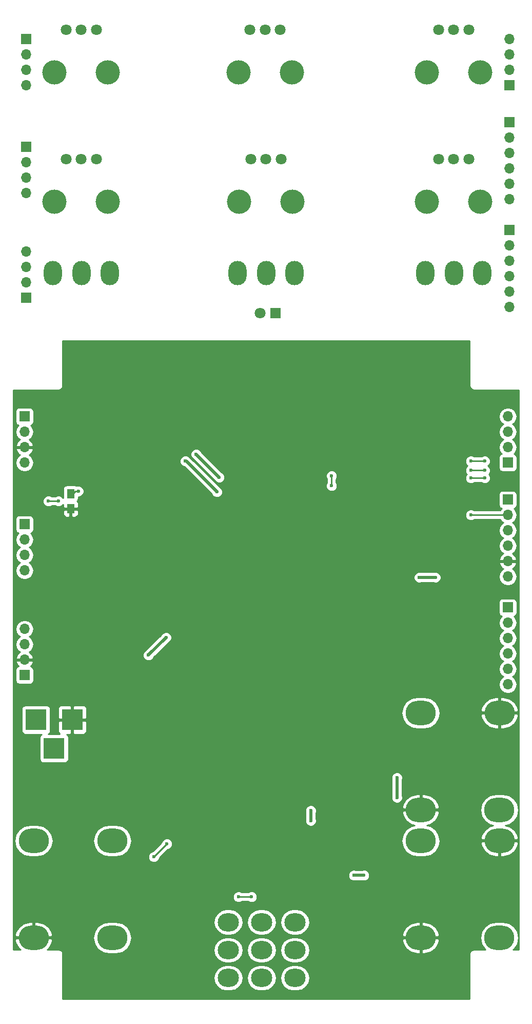
<source format=gbr>
G04 #@! TF.FileFunction,Copper,L2,Bot,Signal*
%FSLAX46Y46*%
G04 Gerber Fmt 4.6, Leading zero omitted, Abs format (unit mm)*
G04 Created by KiCad (PCBNEW 4.0.7) date 04/04/18 08:51:17*
%MOMM*%
%LPD*%
G01*
G04 APERTURE LIST*
%ADD10C,0.100000*%
%ADD11C,1.800000*%
%ADD12C,4.000000*%
%ADD13R,1.800000X1.800000*%
%ADD14R,1.700000X1.700000*%
%ADD15O,1.700000X1.700000*%
%ADD16O,5.000000X4.000000*%
%ADD17R,3.500000X3.500000*%
%ADD18O,3.500000X3.000000*%
%ADD19O,3.000000X4.000000*%
%ADD20R,1.250000X1.500000*%
%ADD21C,0.600000*%
%ADD22C,0.500000*%
%ADD23C,0.250000*%
%ADD24C,0.254000*%
G04 APERTURE END LIST*
D10*
D11*
X133651000Y-57023000D03*
X131151000Y-57023000D03*
X128651000Y-57023000D03*
D12*
X135551000Y-64023000D03*
X126751000Y-64023000D03*
D13*
X101727000Y-103759000D03*
D11*
X99187000Y-103759000D03*
X72183000Y-57023000D03*
X69683000Y-57023000D03*
X67183000Y-57023000D03*
D12*
X74083000Y-64023000D03*
X65283000Y-64023000D03*
D11*
X102663000Y-78359000D03*
X100163000Y-78359000D03*
X97663000Y-78359000D03*
D12*
X104563000Y-85359000D03*
X95763000Y-85359000D03*
D14*
X60579000Y-58547000D03*
D15*
X60579000Y-61087000D03*
X60579000Y-63627000D03*
X60579000Y-66167000D03*
D14*
X140335000Y-90043000D03*
D15*
X140335000Y-92583000D03*
X140335000Y-95123000D03*
X140335000Y-97663000D03*
X140335000Y-100203000D03*
X140335000Y-102743000D03*
D14*
X60579000Y-76327000D03*
D15*
X60579000Y-78867000D03*
X60579000Y-81407000D03*
X60579000Y-83947000D03*
D14*
X140335000Y-66167000D03*
D15*
X140335000Y-63627000D03*
X140335000Y-61087000D03*
X140335000Y-58547000D03*
D14*
X140335000Y-72263000D03*
D15*
X140335000Y-74803000D03*
X140335000Y-77343000D03*
X140335000Y-79883000D03*
X140335000Y-82423000D03*
X140335000Y-84963000D03*
D16*
X125707000Y-185673000D03*
X125707000Y-169673000D03*
X138707000Y-169673000D03*
X138684000Y-185673000D03*
X125707000Y-206755000D03*
X125707000Y-190755000D03*
X138707000Y-190755000D03*
X138684000Y-206755000D03*
D14*
X60325000Y-120777000D03*
D15*
X60325000Y-123317000D03*
X60325000Y-125857000D03*
X60325000Y-128397000D03*
D14*
X140081000Y-134493000D03*
D15*
X140081000Y-137033000D03*
X140081000Y-139573000D03*
X140081000Y-142113000D03*
X140081000Y-144653000D03*
X140081000Y-147193000D03*
D14*
X60325000Y-138557000D03*
D15*
X60325000Y-141097000D03*
X60325000Y-143637000D03*
X60325000Y-146177000D03*
D14*
X140081000Y-128397000D03*
D15*
X140081000Y-125857000D03*
X140081000Y-123317000D03*
X140081000Y-120777000D03*
D14*
X140081000Y-152273000D03*
D15*
X140081000Y-154813000D03*
X140081000Y-157353000D03*
X140081000Y-159893000D03*
X140081000Y-162433000D03*
X140081000Y-164973000D03*
D16*
X74826000Y-190755000D03*
X74826000Y-206755000D03*
X61826000Y-206755000D03*
X61849000Y-190755000D03*
D17*
X68199000Y-170815000D03*
X62199000Y-170815000D03*
X65199000Y-175515000D03*
D11*
X133651000Y-78359000D03*
X131151000Y-78359000D03*
X128651000Y-78359000D03*
D12*
X135551000Y-85359000D03*
X126751000Y-85359000D03*
D11*
X102531000Y-57023000D03*
X100031000Y-57023000D03*
X97531000Y-57023000D03*
D12*
X104431000Y-64023000D03*
X95631000Y-64023000D03*
D18*
X104941000Y-213388000D03*
X99441000Y-213388000D03*
X93941000Y-213388000D03*
X104941000Y-208788000D03*
X99441000Y-208788000D03*
X93941000Y-208788000D03*
X104941000Y-204188000D03*
X99441000Y-204188000D03*
X93941000Y-204188000D03*
D19*
X131191000Y-97155000D03*
X135891000Y-97155000D03*
X126491000Y-97155000D03*
X69723000Y-97155000D03*
X74423000Y-97155000D03*
X65023000Y-97155000D03*
X100203000Y-97155000D03*
X104903000Y-97155000D03*
X95503000Y-97155000D03*
D11*
X72183000Y-78359000D03*
X69683000Y-78359000D03*
X67183000Y-78359000D03*
D12*
X74083000Y-85359000D03*
X65283000Y-85359000D03*
D20*
X67945000Y-133497000D03*
X67945000Y-135997000D03*
D14*
X60579000Y-101219000D03*
D15*
X60579000Y-98679000D03*
X60579000Y-96139000D03*
X60579000Y-93599000D03*
D14*
X60325000Y-163449000D03*
D15*
X60325000Y-160909000D03*
X60325000Y-158369000D03*
X60325000Y-155829000D03*
D21*
X69977000Y-178816000D03*
X66294000Y-183134000D03*
X86106000Y-173609000D03*
X86233000Y-167259000D03*
X115189000Y-174625000D03*
X120015000Y-178689000D03*
X103505000Y-183007000D03*
X120396000Y-161544000D03*
X122047000Y-150749000D03*
X105537000Y-114046000D03*
X109728000Y-139954000D03*
X104648000Y-133604000D03*
X120015000Y-139954000D03*
X95631000Y-143256000D03*
X94361000Y-138557000D03*
X88011000Y-154178000D03*
X78105000Y-127889000D03*
X69723000Y-127508000D03*
X73787000Y-117094000D03*
X83058000Y-118618000D03*
X106045000Y-195834000D03*
X115697000Y-189865000D03*
X92583000Y-183769000D03*
X85979000Y-192786000D03*
X93853000Y-192913000D03*
X107569000Y-187452000D03*
X107569000Y-185801000D03*
X88646000Y-127000000D03*
X92456000Y-130810000D03*
X69215000Y-133096000D03*
X136271000Y-130937000D03*
X133985000Y-130937000D03*
X80772000Y-160147000D03*
X83693000Y-157226000D03*
X114681000Y-196469000D03*
X116332000Y-196469000D03*
X121793000Y-183642000D03*
X121793000Y-180340000D03*
X128143000Y-147320000D03*
X125476000Y-147320000D03*
X92075000Y-133223000D03*
X86868000Y-128143000D03*
X64262000Y-134747000D03*
X65913000Y-134747000D03*
X110998000Y-130556000D03*
X110998000Y-132207000D03*
X136271000Y-129667000D03*
X133985000Y-129667000D03*
X133985000Y-137033000D03*
X136271000Y-128143000D03*
X133985000Y-128143000D03*
X81661000Y-193421000D03*
X83820000Y-191262000D03*
X95631000Y-200025000D03*
X97790000Y-200025000D03*
D22*
X107569000Y-187452000D02*
X107569000Y-185801000D01*
X88646000Y-127000000D02*
X92456000Y-130810000D01*
D23*
X68707000Y-133096000D02*
X68306000Y-133497000D01*
X69215000Y-133096000D02*
X68707000Y-133096000D01*
X68306000Y-133497000D02*
X67945000Y-133497000D01*
X133985000Y-130937000D02*
X136271000Y-130937000D01*
D22*
X80772000Y-160147000D02*
X83693000Y-157226000D01*
X116332000Y-196469000D02*
X114681000Y-196469000D01*
X121793000Y-180340000D02*
X121793000Y-183642000D01*
X125476000Y-147320000D02*
X128143000Y-147320000D01*
X92075000Y-133223000D02*
X86995000Y-128143000D01*
X86995000Y-128143000D02*
X86868000Y-128143000D01*
D23*
X65913000Y-134747000D02*
X64262000Y-134747000D01*
X110998000Y-132207000D02*
X110998000Y-130556000D01*
X133985000Y-129667000D02*
X136271000Y-129667000D01*
X140081000Y-137033000D02*
X133985000Y-137033000D01*
X133985000Y-128143000D02*
X136271000Y-128143000D01*
X83820000Y-191262000D02*
X81661000Y-193421000D01*
X97790000Y-200025000D02*
X95631000Y-200025000D01*
D24*
G36*
X133783000Y-115697000D02*
X133837046Y-115968705D01*
X133990954Y-116199046D01*
X134221295Y-116352954D01*
X134493000Y-116407000D01*
X141911000Y-116407000D01*
X141911000Y-208713000D01*
X140966805Y-208713000D01*
X141108644Y-208618226D01*
X141679841Y-207763371D01*
X141880418Y-206755000D01*
X141679841Y-205746629D01*
X141108644Y-204891774D01*
X140253789Y-204320577D01*
X139245418Y-204120000D01*
X138122582Y-204120000D01*
X137114211Y-204320577D01*
X136259356Y-204891774D01*
X135688159Y-205746629D01*
X135487582Y-206755000D01*
X135688159Y-207763371D01*
X136259356Y-208618226D01*
X136401195Y-208713000D01*
X134493000Y-208713000D01*
X134221295Y-208767046D01*
X133990954Y-208920954D01*
X133837046Y-209151295D01*
X133783000Y-209423000D01*
X133783000Y-216841000D01*
X66623000Y-216841000D01*
X66623000Y-213388000D01*
X91509275Y-213388000D01*
X91671792Y-214205029D01*
X92134602Y-214897673D01*
X92827246Y-215360483D01*
X93644275Y-215523000D01*
X94237725Y-215523000D01*
X95054754Y-215360483D01*
X95747398Y-214897673D01*
X96210208Y-214205029D01*
X96372725Y-213388000D01*
X97009275Y-213388000D01*
X97171792Y-214205029D01*
X97634602Y-214897673D01*
X98327246Y-215360483D01*
X99144275Y-215523000D01*
X99737725Y-215523000D01*
X100554754Y-215360483D01*
X101247398Y-214897673D01*
X101710208Y-214205029D01*
X101872725Y-213388000D01*
X102509275Y-213388000D01*
X102671792Y-214205029D01*
X103134602Y-214897673D01*
X103827246Y-215360483D01*
X104644275Y-215523000D01*
X105237725Y-215523000D01*
X106054754Y-215360483D01*
X106747398Y-214897673D01*
X107210208Y-214205029D01*
X107372725Y-213388000D01*
X107210208Y-212570971D01*
X106747398Y-211878327D01*
X106054754Y-211415517D01*
X105237725Y-211253000D01*
X104644275Y-211253000D01*
X103827246Y-211415517D01*
X103134602Y-211878327D01*
X102671792Y-212570971D01*
X102509275Y-213388000D01*
X101872725Y-213388000D01*
X101710208Y-212570971D01*
X101247398Y-211878327D01*
X100554754Y-211415517D01*
X99737725Y-211253000D01*
X99144275Y-211253000D01*
X98327246Y-211415517D01*
X97634602Y-211878327D01*
X97171792Y-212570971D01*
X97009275Y-213388000D01*
X96372725Y-213388000D01*
X96210208Y-212570971D01*
X95747398Y-211878327D01*
X95054754Y-211415517D01*
X94237725Y-211253000D01*
X93644275Y-211253000D01*
X92827246Y-211415517D01*
X92134602Y-211878327D01*
X91671792Y-212570971D01*
X91509275Y-213388000D01*
X66623000Y-213388000D01*
X66623000Y-209423000D01*
X66568954Y-209151295D01*
X66415046Y-208920954D01*
X66184705Y-208767046D01*
X65913000Y-208713000D01*
X64029674Y-208713000D01*
X64279029Y-208528424D01*
X64809024Y-207646038D01*
X64905667Y-207292162D01*
X64798991Y-206882000D01*
X61953000Y-206882000D01*
X61953000Y-206902000D01*
X61699000Y-206902000D01*
X61699000Y-206882000D01*
X58853009Y-206882000D01*
X58746333Y-207292162D01*
X58842976Y-207646038D01*
X59372971Y-208528424D01*
X59622326Y-208713000D01*
X58495000Y-208713000D01*
X58495000Y-206755000D01*
X71629582Y-206755000D01*
X71830159Y-207763371D01*
X72401356Y-208618226D01*
X73256211Y-209189423D01*
X74264582Y-209390000D01*
X75387418Y-209390000D01*
X76395789Y-209189423D01*
X76996559Y-208788000D01*
X91509275Y-208788000D01*
X91671792Y-209605029D01*
X92134602Y-210297673D01*
X92827246Y-210760483D01*
X93644275Y-210923000D01*
X94237725Y-210923000D01*
X95054754Y-210760483D01*
X95747398Y-210297673D01*
X96210208Y-209605029D01*
X96372725Y-208788000D01*
X97009275Y-208788000D01*
X97171792Y-209605029D01*
X97634602Y-210297673D01*
X98327246Y-210760483D01*
X99144275Y-210923000D01*
X99737725Y-210923000D01*
X100554754Y-210760483D01*
X101247398Y-210297673D01*
X101710208Y-209605029D01*
X101872725Y-208788000D01*
X102509275Y-208788000D01*
X102671792Y-209605029D01*
X103134602Y-210297673D01*
X103827246Y-210760483D01*
X104644275Y-210923000D01*
X105237725Y-210923000D01*
X106054754Y-210760483D01*
X106747398Y-210297673D01*
X107210208Y-209605029D01*
X107372725Y-208788000D01*
X107210208Y-207970971D01*
X106756643Y-207292162D01*
X122627333Y-207292162D01*
X122723976Y-207646038D01*
X123253971Y-208528424D01*
X124081296Y-209140822D01*
X125080000Y-209390000D01*
X125580000Y-209390000D01*
X125580000Y-206882000D01*
X125834000Y-206882000D01*
X125834000Y-209390000D01*
X126334000Y-209390000D01*
X127332704Y-209140822D01*
X128160029Y-208528424D01*
X128690024Y-207646038D01*
X128786667Y-207292162D01*
X128679991Y-206882000D01*
X125834000Y-206882000D01*
X125580000Y-206882000D01*
X122734009Y-206882000D01*
X122627333Y-207292162D01*
X106756643Y-207292162D01*
X106747398Y-207278327D01*
X106054754Y-206815517D01*
X105237725Y-206653000D01*
X104644275Y-206653000D01*
X103827246Y-206815517D01*
X103134602Y-207278327D01*
X102671792Y-207970971D01*
X102509275Y-208788000D01*
X101872725Y-208788000D01*
X101710208Y-207970971D01*
X101247398Y-207278327D01*
X100554754Y-206815517D01*
X99737725Y-206653000D01*
X99144275Y-206653000D01*
X98327246Y-206815517D01*
X97634602Y-207278327D01*
X97171792Y-207970971D01*
X97009275Y-208788000D01*
X96372725Y-208788000D01*
X96210208Y-207970971D01*
X95747398Y-207278327D01*
X95054754Y-206815517D01*
X94237725Y-206653000D01*
X93644275Y-206653000D01*
X92827246Y-206815517D01*
X92134602Y-207278327D01*
X91671792Y-207970971D01*
X91509275Y-208788000D01*
X76996559Y-208788000D01*
X77250644Y-208618226D01*
X77821841Y-207763371D01*
X78022418Y-206755000D01*
X77821841Y-205746629D01*
X77250644Y-204891774D01*
X76395789Y-204320577D01*
X75729278Y-204188000D01*
X91509275Y-204188000D01*
X91671792Y-205005029D01*
X92134602Y-205697673D01*
X92827246Y-206160483D01*
X93644275Y-206323000D01*
X94237725Y-206323000D01*
X95054754Y-206160483D01*
X95747398Y-205697673D01*
X96210208Y-205005029D01*
X96372725Y-204188000D01*
X97009275Y-204188000D01*
X97171792Y-205005029D01*
X97634602Y-205697673D01*
X98327246Y-206160483D01*
X99144275Y-206323000D01*
X99737725Y-206323000D01*
X100554754Y-206160483D01*
X101247398Y-205697673D01*
X101710208Y-205005029D01*
X101872725Y-204188000D01*
X102509275Y-204188000D01*
X102671792Y-205005029D01*
X103134602Y-205697673D01*
X103827246Y-206160483D01*
X104644275Y-206323000D01*
X105237725Y-206323000D01*
X105766410Y-206217838D01*
X122627333Y-206217838D01*
X122734009Y-206628000D01*
X125580000Y-206628000D01*
X125580000Y-204120000D01*
X125834000Y-204120000D01*
X125834000Y-206628000D01*
X128679991Y-206628000D01*
X128786667Y-206217838D01*
X128690024Y-205863962D01*
X128160029Y-204981576D01*
X127332704Y-204369178D01*
X126334000Y-204120000D01*
X125834000Y-204120000D01*
X125580000Y-204120000D01*
X125080000Y-204120000D01*
X124081296Y-204369178D01*
X123253971Y-204981576D01*
X122723976Y-205863962D01*
X122627333Y-206217838D01*
X105766410Y-206217838D01*
X106054754Y-206160483D01*
X106747398Y-205697673D01*
X107210208Y-205005029D01*
X107372725Y-204188000D01*
X107210208Y-203370971D01*
X106747398Y-202678327D01*
X106054754Y-202215517D01*
X105237725Y-202053000D01*
X104644275Y-202053000D01*
X103827246Y-202215517D01*
X103134602Y-202678327D01*
X102671792Y-203370971D01*
X102509275Y-204188000D01*
X101872725Y-204188000D01*
X101710208Y-203370971D01*
X101247398Y-202678327D01*
X100554754Y-202215517D01*
X99737725Y-202053000D01*
X99144275Y-202053000D01*
X98327246Y-202215517D01*
X97634602Y-202678327D01*
X97171792Y-203370971D01*
X97009275Y-204188000D01*
X96372725Y-204188000D01*
X96210208Y-203370971D01*
X95747398Y-202678327D01*
X95054754Y-202215517D01*
X94237725Y-202053000D01*
X93644275Y-202053000D01*
X92827246Y-202215517D01*
X92134602Y-202678327D01*
X91671792Y-203370971D01*
X91509275Y-204188000D01*
X75729278Y-204188000D01*
X75387418Y-204120000D01*
X74264582Y-204120000D01*
X73256211Y-204320577D01*
X72401356Y-204891774D01*
X71830159Y-205746629D01*
X71629582Y-206755000D01*
X58495000Y-206755000D01*
X58495000Y-206217838D01*
X58746333Y-206217838D01*
X58853009Y-206628000D01*
X61699000Y-206628000D01*
X61699000Y-204120000D01*
X61953000Y-204120000D01*
X61953000Y-206628000D01*
X64798991Y-206628000D01*
X64905667Y-206217838D01*
X64809024Y-205863962D01*
X64279029Y-204981576D01*
X63451704Y-204369178D01*
X62453000Y-204120000D01*
X61953000Y-204120000D01*
X61699000Y-204120000D01*
X61199000Y-204120000D01*
X60200296Y-204369178D01*
X59372971Y-204981576D01*
X58842976Y-205863962D01*
X58746333Y-206217838D01*
X58495000Y-206217838D01*
X58495000Y-200210167D01*
X94695838Y-200210167D01*
X94837883Y-200553943D01*
X95100673Y-200817192D01*
X95444201Y-200959838D01*
X95816167Y-200960162D01*
X96159943Y-200818117D01*
X96193118Y-200785000D01*
X97227537Y-200785000D01*
X97259673Y-200817192D01*
X97603201Y-200959838D01*
X97975167Y-200960162D01*
X98318943Y-200818117D01*
X98582192Y-200555327D01*
X98724838Y-200211799D01*
X98725162Y-199839833D01*
X98583117Y-199496057D01*
X98320327Y-199232808D01*
X97976799Y-199090162D01*
X97604833Y-199089838D01*
X97261057Y-199231883D01*
X97227882Y-199265000D01*
X96193463Y-199265000D01*
X96161327Y-199232808D01*
X95817799Y-199090162D01*
X95445833Y-199089838D01*
X95102057Y-199231883D01*
X94838808Y-199494673D01*
X94696162Y-199838201D01*
X94695838Y-200210167D01*
X58495000Y-200210167D01*
X58495000Y-196654167D01*
X113745838Y-196654167D01*
X113887883Y-196997943D01*
X114150673Y-197261192D01*
X114494201Y-197403838D01*
X114866167Y-197404162D01*
X114987569Y-197354000D01*
X116025178Y-197354000D01*
X116145201Y-197403838D01*
X116517167Y-197404162D01*
X116860943Y-197262117D01*
X117124192Y-196999327D01*
X117266838Y-196655799D01*
X117267162Y-196283833D01*
X117125117Y-195940057D01*
X116862327Y-195676808D01*
X116518799Y-195534162D01*
X116146833Y-195533838D01*
X116025431Y-195584000D01*
X114987822Y-195584000D01*
X114867799Y-195534162D01*
X114495833Y-195533838D01*
X114152057Y-195675883D01*
X113888808Y-195938673D01*
X113746162Y-196282201D01*
X113745838Y-196654167D01*
X58495000Y-196654167D01*
X58495000Y-193606167D01*
X80725838Y-193606167D01*
X80867883Y-193949943D01*
X81130673Y-194213192D01*
X81474201Y-194355838D01*
X81846167Y-194356162D01*
X82189943Y-194214117D01*
X82453192Y-193951327D01*
X82595838Y-193607799D01*
X82595879Y-193560923D01*
X83959680Y-192197122D01*
X84005167Y-192197162D01*
X84348943Y-192055117D01*
X84612192Y-191792327D01*
X84754838Y-191448799D01*
X84755162Y-191076833D01*
X84622184Y-190755000D01*
X122510582Y-190755000D01*
X122711159Y-191763371D01*
X123282356Y-192618226D01*
X124137211Y-193189423D01*
X125145582Y-193390000D01*
X126268418Y-193390000D01*
X127276789Y-193189423D01*
X128131644Y-192618226D01*
X128702841Y-191763371D01*
X128796570Y-191292162D01*
X135627333Y-191292162D01*
X135723976Y-191646038D01*
X136253971Y-192528424D01*
X137081296Y-193140822D01*
X138080000Y-193390000D01*
X138580000Y-193390000D01*
X138580000Y-190882000D01*
X138834000Y-190882000D01*
X138834000Y-193390000D01*
X139334000Y-193390000D01*
X140332704Y-193140822D01*
X141160029Y-192528424D01*
X141690024Y-191646038D01*
X141786667Y-191292162D01*
X141679991Y-190882000D01*
X138834000Y-190882000D01*
X138580000Y-190882000D01*
X135734009Y-190882000D01*
X135627333Y-191292162D01*
X128796570Y-191292162D01*
X128903418Y-190755000D01*
X128702841Y-189746629D01*
X128131644Y-188891774D01*
X127276789Y-188320577D01*
X126724165Y-188210653D01*
X127332704Y-188058822D01*
X128160029Y-187446424D01*
X128690024Y-186564038D01*
X128786667Y-186210162D01*
X128679991Y-185800000D01*
X125834000Y-185800000D01*
X125834000Y-185820000D01*
X125580000Y-185820000D01*
X125580000Y-185800000D01*
X122734009Y-185800000D01*
X122627333Y-186210162D01*
X122723976Y-186564038D01*
X123253971Y-187446424D01*
X124081296Y-188058822D01*
X124689835Y-188210653D01*
X124137211Y-188320577D01*
X123282356Y-188891774D01*
X122711159Y-189746629D01*
X122510582Y-190755000D01*
X84622184Y-190755000D01*
X84613117Y-190733057D01*
X84350327Y-190469808D01*
X84006799Y-190327162D01*
X83634833Y-190326838D01*
X83291057Y-190468883D01*
X83027808Y-190731673D01*
X82885162Y-191075201D01*
X82885121Y-191122077D01*
X81521320Y-192485878D01*
X81475833Y-192485838D01*
X81132057Y-192627883D01*
X80868808Y-192890673D01*
X80726162Y-193234201D01*
X80725838Y-193606167D01*
X58495000Y-193606167D01*
X58495000Y-190755000D01*
X58652582Y-190755000D01*
X58853159Y-191763371D01*
X59424356Y-192618226D01*
X60279211Y-193189423D01*
X61287582Y-193390000D01*
X62410418Y-193390000D01*
X63418789Y-193189423D01*
X64273644Y-192618226D01*
X64844841Y-191763371D01*
X65045418Y-190755000D01*
X71629582Y-190755000D01*
X71830159Y-191763371D01*
X72401356Y-192618226D01*
X73256211Y-193189423D01*
X74264582Y-193390000D01*
X75387418Y-193390000D01*
X76395789Y-193189423D01*
X77250644Y-192618226D01*
X77821841Y-191763371D01*
X78022418Y-190755000D01*
X77821841Y-189746629D01*
X77250644Y-188891774D01*
X76395789Y-188320577D01*
X75387418Y-188120000D01*
X74264582Y-188120000D01*
X73256211Y-188320577D01*
X72401356Y-188891774D01*
X71830159Y-189746629D01*
X71629582Y-190755000D01*
X65045418Y-190755000D01*
X64844841Y-189746629D01*
X64273644Y-188891774D01*
X63418789Y-188320577D01*
X62410418Y-188120000D01*
X61287582Y-188120000D01*
X60279211Y-188320577D01*
X59424356Y-188891774D01*
X58853159Y-189746629D01*
X58652582Y-190755000D01*
X58495000Y-190755000D01*
X58495000Y-185986167D01*
X106633838Y-185986167D01*
X106684000Y-186107569D01*
X106684000Y-187145178D01*
X106634162Y-187265201D01*
X106633838Y-187637167D01*
X106775883Y-187980943D01*
X107038673Y-188244192D01*
X107382201Y-188386838D01*
X107754167Y-188387162D01*
X108097943Y-188245117D01*
X108361192Y-187982327D01*
X108503838Y-187638799D01*
X108504162Y-187266833D01*
X108454000Y-187145431D01*
X108454000Y-186107822D01*
X108503838Y-185987799D01*
X108504112Y-185673000D01*
X135487582Y-185673000D01*
X135688159Y-186681371D01*
X136259356Y-187536226D01*
X137114211Y-188107423D01*
X137679633Y-188219892D01*
X137081296Y-188369178D01*
X136253971Y-188981576D01*
X135723976Y-189863962D01*
X135627333Y-190217838D01*
X135734009Y-190628000D01*
X138580000Y-190628000D01*
X138580000Y-190608000D01*
X138834000Y-190608000D01*
X138834000Y-190628000D01*
X141679991Y-190628000D01*
X141786667Y-190217838D01*
X141690024Y-189863962D01*
X141160029Y-188981576D01*
X140332704Y-188369178D01*
X139713962Y-188214801D01*
X140253789Y-188107423D01*
X141108644Y-187536226D01*
X141679841Y-186681371D01*
X141880418Y-185673000D01*
X141679841Y-184664629D01*
X141108644Y-183809774D01*
X140253789Y-183238577D01*
X139245418Y-183038000D01*
X138122582Y-183038000D01*
X137114211Y-183238577D01*
X136259356Y-183809774D01*
X135688159Y-184664629D01*
X135487582Y-185673000D01*
X108504112Y-185673000D01*
X108504162Y-185615833D01*
X108362117Y-185272057D01*
X108226136Y-185135838D01*
X122627333Y-185135838D01*
X122734009Y-185546000D01*
X125580000Y-185546000D01*
X125580000Y-183038000D01*
X125834000Y-183038000D01*
X125834000Y-185546000D01*
X128679991Y-185546000D01*
X128786667Y-185135838D01*
X128690024Y-184781962D01*
X128160029Y-183899576D01*
X127332704Y-183287178D01*
X126334000Y-183038000D01*
X125834000Y-183038000D01*
X125580000Y-183038000D01*
X125080000Y-183038000D01*
X124081296Y-183287178D01*
X123253971Y-183899576D01*
X122723976Y-184781962D01*
X122627333Y-185135838D01*
X108226136Y-185135838D01*
X108099327Y-185008808D01*
X107755799Y-184866162D01*
X107383833Y-184865838D01*
X107040057Y-185007883D01*
X106776808Y-185270673D01*
X106634162Y-185614201D01*
X106633838Y-185986167D01*
X58495000Y-185986167D01*
X58495000Y-180525167D01*
X120857838Y-180525167D01*
X120908000Y-180646569D01*
X120908000Y-183335178D01*
X120858162Y-183455201D01*
X120857838Y-183827167D01*
X120999883Y-184170943D01*
X121262673Y-184434192D01*
X121606201Y-184576838D01*
X121978167Y-184577162D01*
X122321943Y-184435117D01*
X122585192Y-184172327D01*
X122727838Y-183828799D01*
X122728162Y-183456833D01*
X122678000Y-183335431D01*
X122678000Y-180646822D01*
X122727838Y-180526799D01*
X122728162Y-180154833D01*
X122586117Y-179811057D01*
X122323327Y-179547808D01*
X121979799Y-179405162D01*
X121607833Y-179404838D01*
X121264057Y-179546883D01*
X121000808Y-179809673D01*
X120858162Y-180153201D01*
X120857838Y-180525167D01*
X58495000Y-180525167D01*
X58495000Y-169065000D01*
X59801560Y-169065000D01*
X59801560Y-172565000D01*
X59845838Y-172800317D01*
X59984910Y-173016441D01*
X60197110Y-173161431D01*
X60449000Y-173212440D01*
X63135045Y-173212440D01*
X62997559Y-173300910D01*
X62852569Y-173513110D01*
X62801560Y-173765000D01*
X62801560Y-177265000D01*
X62845838Y-177500317D01*
X62984910Y-177716441D01*
X63197110Y-177861431D01*
X63449000Y-177912440D01*
X66949000Y-177912440D01*
X67184317Y-177868162D01*
X67400441Y-177729090D01*
X67545431Y-177516890D01*
X67596440Y-177265000D01*
X67596440Y-173765000D01*
X67552162Y-173529683D01*
X67413090Y-173313559D01*
X67246891Y-173200000D01*
X67913250Y-173200000D01*
X68072000Y-173041250D01*
X68072000Y-170942000D01*
X68326000Y-170942000D01*
X68326000Y-173041250D01*
X68484750Y-173200000D01*
X70075309Y-173200000D01*
X70308698Y-173103327D01*
X70487327Y-172924699D01*
X70584000Y-172691310D01*
X70584000Y-171100750D01*
X70425250Y-170942000D01*
X68326000Y-170942000D01*
X68072000Y-170942000D01*
X65972750Y-170942000D01*
X65814000Y-171100750D01*
X65814000Y-172691310D01*
X65910673Y-172924699D01*
X66089302Y-173103327D01*
X66123663Y-173117560D01*
X64262955Y-173117560D01*
X64400441Y-173029090D01*
X64545431Y-172816890D01*
X64596440Y-172565000D01*
X64596440Y-169065000D01*
X64572674Y-168938690D01*
X65814000Y-168938690D01*
X65814000Y-170529250D01*
X65972750Y-170688000D01*
X68072000Y-170688000D01*
X68072000Y-168588750D01*
X68326000Y-168588750D01*
X68326000Y-170688000D01*
X70425250Y-170688000D01*
X70584000Y-170529250D01*
X70584000Y-169673000D01*
X122510582Y-169673000D01*
X122711159Y-170681371D01*
X123282356Y-171536226D01*
X124137211Y-172107423D01*
X125145582Y-172308000D01*
X126268418Y-172308000D01*
X127276789Y-172107423D01*
X128131644Y-171536226D01*
X128702841Y-170681371D01*
X128796570Y-170210162D01*
X135627333Y-170210162D01*
X135723976Y-170564038D01*
X136253971Y-171446424D01*
X137081296Y-172058822D01*
X138080000Y-172308000D01*
X138580000Y-172308000D01*
X138580000Y-169800000D01*
X138834000Y-169800000D01*
X138834000Y-172308000D01*
X139334000Y-172308000D01*
X140332704Y-172058822D01*
X141160029Y-171446424D01*
X141690024Y-170564038D01*
X141786667Y-170210162D01*
X141679991Y-169800000D01*
X138834000Y-169800000D01*
X138580000Y-169800000D01*
X135734009Y-169800000D01*
X135627333Y-170210162D01*
X128796570Y-170210162D01*
X128903418Y-169673000D01*
X128796571Y-169135838D01*
X135627333Y-169135838D01*
X135734009Y-169546000D01*
X138580000Y-169546000D01*
X138580000Y-167038000D01*
X138834000Y-167038000D01*
X138834000Y-169546000D01*
X141679991Y-169546000D01*
X141786667Y-169135838D01*
X141690024Y-168781962D01*
X141160029Y-167899576D01*
X140332704Y-167287178D01*
X139334000Y-167038000D01*
X138834000Y-167038000D01*
X138580000Y-167038000D01*
X138080000Y-167038000D01*
X137081296Y-167287178D01*
X136253971Y-167899576D01*
X135723976Y-168781962D01*
X135627333Y-169135838D01*
X128796571Y-169135838D01*
X128702841Y-168664629D01*
X128131644Y-167809774D01*
X127276789Y-167238577D01*
X126268418Y-167038000D01*
X125145582Y-167038000D01*
X124137211Y-167238577D01*
X123282356Y-167809774D01*
X122711159Y-168664629D01*
X122510582Y-169673000D01*
X70584000Y-169673000D01*
X70584000Y-168938690D01*
X70487327Y-168705301D01*
X70308698Y-168526673D01*
X70075309Y-168430000D01*
X68484750Y-168430000D01*
X68326000Y-168588750D01*
X68072000Y-168588750D01*
X67913250Y-168430000D01*
X66322691Y-168430000D01*
X66089302Y-168526673D01*
X65910673Y-168705301D01*
X65814000Y-168938690D01*
X64572674Y-168938690D01*
X64552162Y-168829683D01*
X64413090Y-168613559D01*
X64200890Y-168468569D01*
X63949000Y-168417560D01*
X60449000Y-168417560D01*
X60213683Y-168461838D01*
X59997559Y-168600910D01*
X59852569Y-168813110D01*
X59801560Y-169065000D01*
X58495000Y-169065000D01*
X58495000Y-162599000D01*
X58827560Y-162599000D01*
X58827560Y-164299000D01*
X58871838Y-164534317D01*
X59010910Y-164750441D01*
X59223110Y-164895431D01*
X59475000Y-164946440D01*
X61175000Y-164946440D01*
X61410317Y-164902162D01*
X61626441Y-164763090D01*
X61771431Y-164550890D01*
X61822440Y-164299000D01*
X61822440Y-162599000D01*
X61778162Y-162363683D01*
X61639090Y-162147559D01*
X61426890Y-162002569D01*
X61318893Y-161980699D01*
X61596645Y-161675924D01*
X61766476Y-161265890D01*
X61645155Y-161036000D01*
X60452000Y-161036000D01*
X60452000Y-161056000D01*
X60198000Y-161056000D01*
X60198000Y-161036000D01*
X59004845Y-161036000D01*
X58883524Y-161265890D01*
X59053355Y-161675924D01*
X59329501Y-161978937D01*
X59239683Y-161995838D01*
X59023559Y-162134910D01*
X58878569Y-162347110D01*
X58827560Y-162599000D01*
X58495000Y-162599000D01*
X58495000Y-155829000D01*
X58810907Y-155829000D01*
X58923946Y-156397285D01*
X59245853Y-156879054D01*
X59575026Y-157099000D01*
X59245853Y-157318946D01*
X58923946Y-157800715D01*
X58810907Y-158369000D01*
X58923946Y-158937285D01*
X59245853Y-159419054D01*
X59586553Y-159646702D01*
X59443642Y-159713817D01*
X59053355Y-160142076D01*
X58883524Y-160552110D01*
X59004845Y-160782000D01*
X60198000Y-160782000D01*
X60198000Y-160762000D01*
X60452000Y-160762000D01*
X60452000Y-160782000D01*
X61645155Y-160782000D01*
X61766476Y-160552110D01*
X61675379Y-160332167D01*
X79836838Y-160332167D01*
X79978883Y-160675943D01*
X80241673Y-160939192D01*
X80585201Y-161081838D01*
X80957167Y-161082162D01*
X81300943Y-160940117D01*
X81564192Y-160677327D01*
X81614566Y-160556014D01*
X84101834Y-158068745D01*
X84221943Y-158019117D01*
X84485192Y-157756327D01*
X84627838Y-157412799D01*
X84628162Y-157040833D01*
X84486117Y-156697057D01*
X84223327Y-156433808D01*
X83879799Y-156291162D01*
X83507833Y-156290838D01*
X83164057Y-156432883D01*
X82900808Y-156695673D01*
X82850434Y-156816987D01*
X80363164Y-159304256D01*
X80243057Y-159353883D01*
X79979808Y-159616673D01*
X79837162Y-159960201D01*
X79836838Y-160332167D01*
X61675379Y-160332167D01*
X61596645Y-160142076D01*
X61206358Y-159713817D01*
X61063447Y-159646702D01*
X61404147Y-159419054D01*
X61726054Y-158937285D01*
X61839093Y-158369000D01*
X61726054Y-157800715D01*
X61404147Y-157318946D01*
X61074974Y-157099000D01*
X61404147Y-156879054D01*
X61726054Y-156397285D01*
X61839093Y-155829000D01*
X61726054Y-155260715D01*
X61426902Y-154813000D01*
X138566907Y-154813000D01*
X138679946Y-155381285D01*
X139001853Y-155863054D01*
X139331026Y-156083000D01*
X139001853Y-156302946D01*
X138679946Y-156784715D01*
X138566907Y-157353000D01*
X138679946Y-157921285D01*
X139001853Y-158403054D01*
X139331026Y-158623000D01*
X139001853Y-158842946D01*
X138679946Y-159324715D01*
X138566907Y-159893000D01*
X138679946Y-160461285D01*
X139001853Y-160943054D01*
X139331026Y-161163000D01*
X139001853Y-161382946D01*
X138679946Y-161864715D01*
X138566907Y-162433000D01*
X138679946Y-163001285D01*
X139001853Y-163483054D01*
X139331026Y-163703000D01*
X139001853Y-163922946D01*
X138679946Y-164404715D01*
X138566907Y-164973000D01*
X138679946Y-165541285D01*
X139001853Y-166023054D01*
X139483622Y-166344961D01*
X140051907Y-166458000D01*
X140110093Y-166458000D01*
X140678378Y-166344961D01*
X141160147Y-166023054D01*
X141482054Y-165541285D01*
X141595093Y-164973000D01*
X141482054Y-164404715D01*
X141160147Y-163922946D01*
X140830974Y-163703000D01*
X141160147Y-163483054D01*
X141482054Y-163001285D01*
X141595093Y-162433000D01*
X141482054Y-161864715D01*
X141160147Y-161382946D01*
X140830974Y-161163000D01*
X141160147Y-160943054D01*
X141482054Y-160461285D01*
X141595093Y-159893000D01*
X141482054Y-159324715D01*
X141160147Y-158842946D01*
X140830974Y-158623000D01*
X141160147Y-158403054D01*
X141482054Y-157921285D01*
X141595093Y-157353000D01*
X141482054Y-156784715D01*
X141160147Y-156302946D01*
X140830974Y-156083000D01*
X141160147Y-155863054D01*
X141482054Y-155381285D01*
X141595093Y-154813000D01*
X141482054Y-154244715D01*
X141160147Y-153762946D01*
X141118548Y-153735150D01*
X141166317Y-153726162D01*
X141382441Y-153587090D01*
X141527431Y-153374890D01*
X141578440Y-153123000D01*
X141578440Y-151423000D01*
X141534162Y-151187683D01*
X141395090Y-150971559D01*
X141182890Y-150826569D01*
X140931000Y-150775560D01*
X139231000Y-150775560D01*
X138995683Y-150819838D01*
X138779559Y-150958910D01*
X138634569Y-151171110D01*
X138583560Y-151423000D01*
X138583560Y-153123000D01*
X138627838Y-153358317D01*
X138766910Y-153574441D01*
X138979110Y-153719431D01*
X139046541Y-153733086D01*
X139001853Y-153762946D01*
X138679946Y-154244715D01*
X138566907Y-154813000D01*
X61426902Y-154813000D01*
X61404147Y-154778946D01*
X60922378Y-154457039D01*
X60354093Y-154344000D01*
X60295907Y-154344000D01*
X59727622Y-154457039D01*
X59245853Y-154778946D01*
X58923946Y-155260715D01*
X58810907Y-155829000D01*
X58495000Y-155829000D01*
X58495000Y-141097000D01*
X58810907Y-141097000D01*
X58923946Y-141665285D01*
X59245853Y-142147054D01*
X59575026Y-142367000D01*
X59245853Y-142586946D01*
X58923946Y-143068715D01*
X58810907Y-143637000D01*
X58923946Y-144205285D01*
X59245853Y-144687054D01*
X59575026Y-144907000D01*
X59245853Y-145126946D01*
X58923946Y-145608715D01*
X58810907Y-146177000D01*
X58923946Y-146745285D01*
X59245853Y-147227054D01*
X59727622Y-147548961D01*
X60295907Y-147662000D01*
X60354093Y-147662000D01*
X60922378Y-147548961D01*
X60987920Y-147505167D01*
X124540838Y-147505167D01*
X124682883Y-147848943D01*
X124945673Y-148112192D01*
X125289201Y-148254838D01*
X125661167Y-148255162D01*
X125782569Y-148205000D01*
X127836178Y-148205000D01*
X127956201Y-148254838D01*
X128328167Y-148255162D01*
X128671943Y-148113117D01*
X128935192Y-147850327D01*
X129077838Y-147506799D01*
X129078111Y-147193000D01*
X138566907Y-147193000D01*
X138679946Y-147761285D01*
X139001853Y-148243054D01*
X139483622Y-148564961D01*
X140051907Y-148678000D01*
X140110093Y-148678000D01*
X140678378Y-148564961D01*
X141160147Y-148243054D01*
X141482054Y-147761285D01*
X141595093Y-147193000D01*
X141482054Y-146624715D01*
X141160147Y-146142946D01*
X140819447Y-145915298D01*
X140962358Y-145848183D01*
X141352645Y-145419924D01*
X141522476Y-145009890D01*
X141401155Y-144780000D01*
X140208000Y-144780000D01*
X140208000Y-144800000D01*
X139954000Y-144800000D01*
X139954000Y-144780000D01*
X138760845Y-144780000D01*
X138639524Y-145009890D01*
X138809355Y-145419924D01*
X139199642Y-145848183D01*
X139342553Y-145915298D01*
X139001853Y-146142946D01*
X138679946Y-146624715D01*
X138566907Y-147193000D01*
X129078111Y-147193000D01*
X129078162Y-147134833D01*
X128936117Y-146791057D01*
X128673327Y-146527808D01*
X128329799Y-146385162D01*
X127957833Y-146384838D01*
X127836431Y-146435000D01*
X125782822Y-146435000D01*
X125662799Y-146385162D01*
X125290833Y-146384838D01*
X124947057Y-146526883D01*
X124683808Y-146789673D01*
X124541162Y-147133201D01*
X124540838Y-147505167D01*
X60987920Y-147505167D01*
X61404147Y-147227054D01*
X61726054Y-146745285D01*
X61839093Y-146177000D01*
X61726054Y-145608715D01*
X61404147Y-145126946D01*
X61074974Y-144907000D01*
X61404147Y-144687054D01*
X61726054Y-144205285D01*
X61839093Y-143637000D01*
X61726054Y-143068715D01*
X61404147Y-142586946D01*
X61074974Y-142367000D01*
X61404147Y-142147054D01*
X61726054Y-141665285D01*
X61839093Y-141097000D01*
X61726054Y-140528715D01*
X61404147Y-140046946D01*
X61362548Y-140019150D01*
X61410317Y-140010162D01*
X61626441Y-139871090D01*
X61771431Y-139658890D01*
X61822440Y-139407000D01*
X61822440Y-137707000D01*
X61778162Y-137471683D01*
X61639090Y-137255559D01*
X61426890Y-137110569D01*
X61175000Y-137059560D01*
X59475000Y-137059560D01*
X59239683Y-137103838D01*
X59023559Y-137242910D01*
X58878569Y-137455110D01*
X58827560Y-137707000D01*
X58827560Y-139407000D01*
X58871838Y-139642317D01*
X59010910Y-139858441D01*
X59223110Y-140003431D01*
X59290541Y-140017086D01*
X59245853Y-140046946D01*
X58923946Y-140528715D01*
X58810907Y-141097000D01*
X58495000Y-141097000D01*
X58495000Y-136282750D01*
X66685000Y-136282750D01*
X66685000Y-136873309D01*
X66781673Y-137106698D01*
X66960301Y-137285327D01*
X67193690Y-137382000D01*
X67659250Y-137382000D01*
X67818000Y-137223250D01*
X67818000Y-136124000D01*
X68072000Y-136124000D01*
X68072000Y-137223250D01*
X68230750Y-137382000D01*
X68696310Y-137382000D01*
X68929699Y-137285327D01*
X68996858Y-137218167D01*
X133049838Y-137218167D01*
X133191883Y-137561943D01*
X133454673Y-137825192D01*
X133798201Y-137967838D01*
X134170167Y-137968162D01*
X134513943Y-137826117D01*
X134547118Y-137793000D01*
X138808046Y-137793000D01*
X139001853Y-138083054D01*
X139331026Y-138303000D01*
X139001853Y-138522946D01*
X138679946Y-139004715D01*
X138566907Y-139573000D01*
X138679946Y-140141285D01*
X139001853Y-140623054D01*
X139331026Y-140843000D01*
X139001853Y-141062946D01*
X138679946Y-141544715D01*
X138566907Y-142113000D01*
X138679946Y-142681285D01*
X139001853Y-143163054D01*
X139342553Y-143390702D01*
X139199642Y-143457817D01*
X138809355Y-143886076D01*
X138639524Y-144296110D01*
X138760845Y-144526000D01*
X139954000Y-144526000D01*
X139954000Y-144506000D01*
X140208000Y-144506000D01*
X140208000Y-144526000D01*
X141401155Y-144526000D01*
X141522476Y-144296110D01*
X141352645Y-143886076D01*
X140962358Y-143457817D01*
X140819447Y-143390702D01*
X141160147Y-143163054D01*
X141482054Y-142681285D01*
X141595093Y-142113000D01*
X141482054Y-141544715D01*
X141160147Y-141062946D01*
X140830974Y-140843000D01*
X141160147Y-140623054D01*
X141482054Y-140141285D01*
X141595093Y-139573000D01*
X141482054Y-139004715D01*
X141160147Y-138522946D01*
X140830974Y-138303000D01*
X141160147Y-138083054D01*
X141482054Y-137601285D01*
X141595093Y-137033000D01*
X141482054Y-136464715D01*
X141160147Y-135982946D01*
X141118548Y-135955150D01*
X141166317Y-135946162D01*
X141382441Y-135807090D01*
X141527431Y-135594890D01*
X141578440Y-135343000D01*
X141578440Y-133643000D01*
X141534162Y-133407683D01*
X141395090Y-133191559D01*
X141182890Y-133046569D01*
X140931000Y-132995560D01*
X139231000Y-132995560D01*
X138995683Y-133039838D01*
X138779559Y-133178910D01*
X138634569Y-133391110D01*
X138583560Y-133643000D01*
X138583560Y-135343000D01*
X138627838Y-135578317D01*
X138766910Y-135794441D01*
X138979110Y-135939431D01*
X139046541Y-135953086D01*
X139001853Y-135982946D01*
X138808046Y-136273000D01*
X134547463Y-136273000D01*
X134515327Y-136240808D01*
X134171799Y-136098162D01*
X133799833Y-136097838D01*
X133456057Y-136239883D01*
X133192808Y-136502673D01*
X133050162Y-136846201D01*
X133049838Y-137218167D01*
X68996858Y-137218167D01*
X69108327Y-137106698D01*
X69205000Y-136873309D01*
X69205000Y-136282750D01*
X69046250Y-136124000D01*
X68072000Y-136124000D01*
X67818000Y-136124000D01*
X66843750Y-136124000D01*
X66685000Y-136282750D01*
X58495000Y-136282750D01*
X58495000Y-134932167D01*
X63326838Y-134932167D01*
X63468883Y-135275943D01*
X63731673Y-135539192D01*
X64075201Y-135681838D01*
X64447167Y-135682162D01*
X64790943Y-135540117D01*
X64824118Y-135507000D01*
X65350537Y-135507000D01*
X65382673Y-135539192D01*
X65726201Y-135681838D01*
X66098167Y-135682162D01*
X66441943Y-135540117D01*
X66685000Y-135297484D01*
X66685000Y-135711250D01*
X66843750Y-135870000D01*
X67818000Y-135870000D01*
X67818000Y-135850000D01*
X68072000Y-135850000D01*
X68072000Y-135870000D01*
X69046250Y-135870000D01*
X69205000Y-135711250D01*
X69205000Y-135120691D01*
X69108327Y-134887302D01*
X68967090Y-134746064D01*
X69021441Y-134711090D01*
X69166431Y-134498890D01*
X69217440Y-134247000D01*
X69217440Y-134031003D01*
X69400167Y-134031162D01*
X69743943Y-133889117D01*
X70007192Y-133626327D01*
X70149838Y-133282799D01*
X70150162Y-132910833D01*
X70008117Y-132567057D01*
X69745327Y-132303808D01*
X69401799Y-132161162D01*
X69029833Y-132160838D01*
X68909617Y-132210510D01*
X68821890Y-132150569D01*
X68570000Y-132099560D01*
X67320000Y-132099560D01*
X67084683Y-132143838D01*
X66868559Y-132282910D01*
X66723569Y-132495110D01*
X66672560Y-132747000D01*
X66672560Y-134184441D01*
X66443327Y-133954808D01*
X66099799Y-133812162D01*
X65727833Y-133811838D01*
X65384057Y-133953883D01*
X65350882Y-133987000D01*
X64824463Y-133987000D01*
X64792327Y-133954808D01*
X64448799Y-133812162D01*
X64076833Y-133811838D01*
X63733057Y-133953883D01*
X63469808Y-134216673D01*
X63327162Y-134560201D01*
X63326838Y-134932167D01*
X58495000Y-134932167D01*
X58495000Y-128397000D01*
X58810907Y-128397000D01*
X58923946Y-128965285D01*
X59245853Y-129447054D01*
X59727622Y-129768961D01*
X60295907Y-129882000D01*
X60354093Y-129882000D01*
X60922378Y-129768961D01*
X61404147Y-129447054D01*
X61726054Y-128965285D01*
X61839093Y-128397000D01*
X61825402Y-128328167D01*
X85932838Y-128328167D01*
X86074883Y-128671943D01*
X86337673Y-128935192D01*
X86676168Y-129075748D01*
X91232255Y-133631834D01*
X91281883Y-133751943D01*
X91544673Y-134015192D01*
X91888201Y-134157838D01*
X92260167Y-134158162D01*
X92603943Y-134016117D01*
X92867192Y-133753327D01*
X93009838Y-133409799D01*
X93010162Y-133037833D01*
X92868117Y-132694057D01*
X92605327Y-132430808D01*
X92484013Y-132380434D01*
X87620790Y-127517210D01*
X87451562Y-127404136D01*
X87398327Y-127350808D01*
X87054799Y-127208162D01*
X86682833Y-127207838D01*
X86339057Y-127349883D01*
X86075808Y-127612673D01*
X85933162Y-127956201D01*
X85932838Y-128328167D01*
X61825402Y-128328167D01*
X61726054Y-127828715D01*
X61404147Y-127346946D01*
X61162028Y-127185167D01*
X87710838Y-127185167D01*
X87852883Y-127528943D01*
X88115673Y-127792192D01*
X88236986Y-127842566D01*
X91613255Y-131218834D01*
X91662883Y-131338943D01*
X91925673Y-131602192D01*
X92269201Y-131744838D01*
X92641167Y-131745162D01*
X92984943Y-131603117D01*
X93248192Y-131340327D01*
X93390838Y-130996799D01*
X93391060Y-130741167D01*
X110062838Y-130741167D01*
X110204883Y-131084943D01*
X110238000Y-131118118D01*
X110238000Y-131644537D01*
X110205808Y-131676673D01*
X110063162Y-132020201D01*
X110062838Y-132392167D01*
X110204883Y-132735943D01*
X110467673Y-132999192D01*
X110811201Y-133141838D01*
X111183167Y-133142162D01*
X111526943Y-133000117D01*
X111790192Y-132737327D01*
X111932838Y-132393799D01*
X111933162Y-132021833D01*
X111791117Y-131678057D01*
X111758000Y-131644882D01*
X111758000Y-131118463D01*
X111790192Y-131086327D01*
X111932838Y-130742799D01*
X111933162Y-130370833D01*
X111791117Y-130027057D01*
X111528327Y-129763808D01*
X111184799Y-129621162D01*
X110812833Y-129620838D01*
X110469057Y-129762883D01*
X110205808Y-130025673D01*
X110063162Y-130369201D01*
X110062838Y-130741167D01*
X93391060Y-130741167D01*
X93391162Y-130624833D01*
X93249117Y-130281057D01*
X92986327Y-130017808D01*
X92865013Y-129967434D01*
X91225747Y-128328167D01*
X133049838Y-128328167D01*
X133191883Y-128671943D01*
X133424709Y-128905176D01*
X133192808Y-129136673D01*
X133050162Y-129480201D01*
X133049838Y-129852167D01*
X133191883Y-130195943D01*
X133297710Y-130301954D01*
X133192808Y-130406673D01*
X133050162Y-130750201D01*
X133049838Y-131122167D01*
X133191883Y-131465943D01*
X133454673Y-131729192D01*
X133798201Y-131871838D01*
X134170167Y-131872162D01*
X134513943Y-131730117D01*
X134547118Y-131697000D01*
X135708537Y-131697000D01*
X135740673Y-131729192D01*
X136084201Y-131871838D01*
X136456167Y-131872162D01*
X136799943Y-131730117D01*
X137063192Y-131467327D01*
X137205838Y-131123799D01*
X137206162Y-130751833D01*
X137064117Y-130408057D01*
X136958290Y-130302046D01*
X137063192Y-130197327D01*
X137205838Y-129853799D01*
X137206162Y-129481833D01*
X137064117Y-129138057D01*
X136831291Y-128904824D01*
X137063192Y-128673327D01*
X137205838Y-128329799D01*
X137206162Y-127957833D01*
X137064117Y-127614057D01*
X136801327Y-127350808D01*
X136457799Y-127208162D01*
X136085833Y-127207838D01*
X135742057Y-127349883D01*
X135708882Y-127383000D01*
X134547463Y-127383000D01*
X134515327Y-127350808D01*
X134171799Y-127208162D01*
X133799833Y-127207838D01*
X133456057Y-127349883D01*
X133192808Y-127612673D01*
X133050162Y-127956201D01*
X133049838Y-128328167D01*
X91225747Y-128328167D01*
X89488744Y-126591164D01*
X89439117Y-126471057D01*
X89176327Y-126207808D01*
X88832799Y-126065162D01*
X88460833Y-126064838D01*
X88117057Y-126206883D01*
X87853808Y-126469673D01*
X87711162Y-126813201D01*
X87710838Y-127185167D01*
X61162028Y-127185167D01*
X61063447Y-127119298D01*
X61206358Y-127052183D01*
X61596645Y-126623924D01*
X61766476Y-126213890D01*
X61645155Y-125984000D01*
X60452000Y-125984000D01*
X60452000Y-126004000D01*
X60198000Y-126004000D01*
X60198000Y-125984000D01*
X59004845Y-125984000D01*
X58883524Y-126213890D01*
X59053355Y-126623924D01*
X59443642Y-127052183D01*
X59586553Y-127119298D01*
X59245853Y-127346946D01*
X58923946Y-127828715D01*
X58810907Y-128397000D01*
X58495000Y-128397000D01*
X58495000Y-123317000D01*
X58810907Y-123317000D01*
X58923946Y-123885285D01*
X59245853Y-124367054D01*
X59586553Y-124594702D01*
X59443642Y-124661817D01*
X59053355Y-125090076D01*
X58883524Y-125500110D01*
X59004845Y-125730000D01*
X60198000Y-125730000D01*
X60198000Y-125710000D01*
X60452000Y-125710000D01*
X60452000Y-125730000D01*
X61645155Y-125730000D01*
X61766476Y-125500110D01*
X61596645Y-125090076D01*
X61206358Y-124661817D01*
X61063447Y-124594702D01*
X61404147Y-124367054D01*
X61726054Y-123885285D01*
X61839093Y-123317000D01*
X61726054Y-122748715D01*
X61404147Y-122266946D01*
X61362548Y-122239150D01*
X61410317Y-122230162D01*
X61626441Y-122091090D01*
X61771431Y-121878890D01*
X61822440Y-121627000D01*
X61822440Y-120777000D01*
X138566907Y-120777000D01*
X138679946Y-121345285D01*
X139001853Y-121827054D01*
X139331026Y-122047000D01*
X139001853Y-122266946D01*
X138679946Y-122748715D01*
X138566907Y-123317000D01*
X138679946Y-123885285D01*
X139001853Y-124367054D01*
X139331026Y-124587000D01*
X139001853Y-124806946D01*
X138679946Y-125288715D01*
X138566907Y-125857000D01*
X138679946Y-126425285D01*
X139001853Y-126907054D01*
X139043452Y-126934850D01*
X138995683Y-126943838D01*
X138779559Y-127082910D01*
X138634569Y-127295110D01*
X138583560Y-127547000D01*
X138583560Y-129247000D01*
X138627838Y-129482317D01*
X138766910Y-129698441D01*
X138979110Y-129843431D01*
X139231000Y-129894440D01*
X140931000Y-129894440D01*
X141166317Y-129850162D01*
X141382441Y-129711090D01*
X141527431Y-129498890D01*
X141578440Y-129247000D01*
X141578440Y-127547000D01*
X141534162Y-127311683D01*
X141395090Y-127095559D01*
X141182890Y-126950569D01*
X141115459Y-126936914D01*
X141160147Y-126907054D01*
X141482054Y-126425285D01*
X141595093Y-125857000D01*
X141482054Y-125288715D01*
X141160147Y-124806946D01*
X140830974Y-124587000D01*
X141160147Y-124367054D01*
X141482054Y-123885285D01*
X141595093Y-123317000D01*
X141482054Y-122748715D01*
X141160147Y-122266946D01*
X140830974Y-122047000D01*
X141160147Y-121827054D01*
X141482054Y-121345285D01*
X141595093Y-120777000D01*
X141482054Y-120208715D01*
X141160147Y-119726946D01*
X140678378Y-119405039D01*
X140110093Y-119292000D01*
X140051907Y-119292000D01*
X139483622Y-119405039D01*
X139001853Y-119726946D01*
X138679946Y-120208715D01*
X138566907Y-120777000D01*
X61822440Y-120777000D01*
X61822440Y-119927000D01*
X61778162Y-119691683D01*
X61639090Y-119475559D01*
X61426890Y-119330569D01*
X61175000Y-119279560D01*
X59475000Y-119279560D01*
X59239683Y-119323838D01*
X59023559Y-119462910D01*
X58878569Y-119675110D01*
X58827560Y-119927000D01*
X58827560Y-121627000D01*
X58871838Y-121862317D01*
X59010910Y-122078441D01*
X59223110Y-122223431D01*
X59290541Y-122237086D01*
X59245853Y-122266946D01*
X58923946Y-122748715D01*
X58810907Y-123317000D01*
X58495000Y-123317000D01*
X58495000Y-116407000D01*
X65913000Y-116407000D01*
X66184705Y-116352954D01*
X66415046Y-116199046D01*
X66568954Y-115968705D01*
X66623000Y-115697000D01*
X66623000Y-108279000D01*
X133783000Y-108279000D01*
X133783000Y-115697000D01*
X133783000Y-115697000D01*
G37*
X133783000Y-115697000D02*
X133837046Y-115968705D01*
X133990954Y-116199046D01*
X134221295Y-116352954D01*
X134493000Y-116407000D01*
X141911000Y-116407000D01*
X141911000Y-208713000D01*
X140966805Y-208713000D01*
X141108644Y-208618226D01*
X141679841Y-207763371D01*
X141880418Y-206755000D01*
X141679841Y-205746629D01*
X141108644Y-204891774D01*
X140253789Y-204320577D01*
X139245418Y-204120000D01*
X138122582Y-204120000D01*
X137114211Y-204320577D01*
X136259356Y-204891774D01*
X135688159Y-205746629D01*
X135487582Y-206755000D01*
X135688159Y-207763371D01*
X136259356Y-208618226D01*
X136401195Y-208713000D01*
X134493000Y-208713000D01*
X134221295Y-208767046D01*
X133990954Y-208920954D01*
X133837046Y-209151295D01*
X133783000Y-209423000D01*
X133783000Y-216841000D01*
X66623000Y-216841000D01*
X66623000Y-213388000D01*
X91509275Y-213388000D01*
X91671792Y-214205029D01*
X92134602Y-214897673D01*
X92827246Y-215360483D01*
X93644275Y-215523000D01*
X94237725Y-215523000D01*
X95054754Y-215360483D01*
X95747398Y-214897673D01*
X96210208Y-214205029D01*
X96372725Y-213388000D01*
X97009275Y-213388000D01*
X97171792Y-214205029D01*
X97634602Y-214897673D01*
X98327246Y-215360483D01*
X99144275Y-215523000D01*
X99737725Y-215523000D01*
X100554754Y-215360483D01*
X101247398Y-214897673D01*
X101710208Y-214205029D01*
X101872725Y-213388000D01*
X102509275Y-213388000D01*
X102671792Y-214205029D01*
X103134602Y-214897673D01*
X103827246Y-215360483D01*
X104644275Y-215523000D01*
X105237725Y-215523000D01*
X106054754Y-215360483D01*
X106747398Y-214897673D01*
X107210208Y-214205029D01*
X107372725Y-213388000D01*
X107210208Y-212570971D01*
X106747398Y-211878327D01*
X106054754Y-211415517D01*
X105237725Y-211253000D01*
X104644275Y-211253000D01*
X103827246Y-211415517D01*
X103134602Y-211878327D01*
X102671792Y-212570971D01*
X102509275Y-213388000D01*
X101872725Y-213388000D01*
X101710208Y-212570971D01*
X101247398Y-211878327D01*
X100554754Y-211415517D01*
X99737725Y-211253000D01*
X99144275Y-211253000D01*
X98327246Y-211415517D01*
X97634602Y-211878327D01*
X97171792Y-212570971D01*
X97009275Y-213388000D01*
X96372725Y-213388000D01*
X96210208Y-212570971D01*
X95747398Y-211878327D01*
X95054754Y-211415517D01*
X94237725Y-211253000D01*
X93644275Y-211253000D01*
X92827246Y-211415517D01*
X92134602Y-211878327D01*
X91671792Y-212570971D01*
X91509275Y-213388000D01*
X66623000Y-213388000D01*
X66623000Y-209423000D01*
X66568954Y-209151295D01*
X66415046Y-208920954D01*
X66184705Y-208767046D01*
X65913000Y-208713000D01*
X64029674Y-208713000D01*
X64279029Y-208528424D01*
X64809024Y-207646038D01*
X64905667Y-207292162D01*
X64798991Y-206882000D01*
X61953000Y-206882000D01*
X61953000Y-206902000D01*
X61699000Y-206902000D01*
X61699000Y-206882000D01*
X58853009Y-206882000D01*
X58746333Y-207292162D01*
X58842976Y-207646038D01*
X59372971Y-208528424D01*
X59622326Y-208713000D01*
X58495000Y-208713000D01*
X58495000Y-206755000D01*
X71629582Y-206755000D01*
X71830159Y-207763371D01*
X72401356Y-208618226D01*
X73256211Y-209189423D01*
X74264582Y-209390000D01*
X75387418Y-209390000D01*
X76395789Y-209189423D01*
X76996559Y-208788000D01*
X91509275Y-208788000D01*
X91671792Y-209605029D01*
X92134602Y-210297673D01*
X92827246Y-210760483D01*
X93644275Y-210923000D01*
X94237725Y-210923000D01*
X95054754Y-210760483D01*
X95747398Y-210297673D01*
X96210208Y-209605029D01*
X96372725Y-208788000D01*
X97009275Y-208788000D01*
X97171792Y-209605029D01*
X97634602Y-210297673D01*
X98327246Y-210760483D01*
X99144275Y-210923000D01*
X99737725Y-210923000D01*
X100554754Y-210760483D01*
X101247398Y-210297673D01*
X101710208Y-209605029D01*
X101872725Y-208788000D01*
X102509275Y-208788000D01*
X102671792Y-209605029D01*
X103134602Y-210297673D01*
X103827246Y-210760483D01*
X104644275Y-210923000D01*
X105237725Y-210923000D01*
X106054754Y-210760483D01*
X106747398Y-210297673D01*
X107210208Y-209605029D01*
X107372725Y-208788000D01*
X107210208Y-207970971D01*
X106756643Y-207292162D01*
X122627333Y-207292162D01*
X122723976Y-207646038D01*
X123253971Y-208528424D01*
X124081296Y-209140822D01*
X125080000Y-209390000D01*
X125580000Y-209390000D01*
X125580000Y-206882000D01*
X125834000Y-206882000D01*
X125834000Y-209390000D01*
X126334000Y-209390000D01*
X127332704Y-209140822D01*
X128160029Y-208528424D01*
X128690024Y-207646038D01*
X128786667Y-207292162D01*
X128679991Y-206882000D01*
X125834000Y-206882000D01*
X125580000Y-206882000D01*
X122734009Y-206882000D01*
X122627333Y-207292162D01*
X106756643Y-207292162D01*
X106747398Y-207278327D01*
X106054754Y-206815517D01*
X105237725Y-206653000D01*
X104644275Y-206653000D01*
X103827246Y-206815517D01*
X103134602Y-207278327D01*
X102671792Y-207970971D01*
X102509275Y-208788000D01*
X101872725Y-208788000D01*
X101710208Y-207970971D01*
X101247398Y-207278327D01*
X100554754Y-206815517D01*
X99737725Y-206653000D01*
X99144275Y-206653000D01*
X98327246Y-206815517D01*
X97634602Y-207278327D01*
X97171792Y-207970971D01*
X97009275Y-208788000D01*
X96372725Y-208788000D01*
X96210208Y-207970971D01*
X95747398Y-207278327D01*
X95054754Y-206815517D01*
X94237725Y-206653000D01*
X93644275Y-206653000D01*
X92827246Y-206815517D01*
X92134602Y-207278327D01*
X91671792Y-207970971D01*
X91509275Y-208788000D01*
X76996559Y-208788000D01*
X77250644Y-208618226D01*
X77821841Y-207763371D01*
X78022418Y-206755000D01*
X77821841Y-205746629D01*
X77250644Y-204891774D01*
X76395789Y-204320577D01*
X75729278Y-204188000D01*
X91509275Y-204188000D01*
X91671792Y-205005029D01*
X92134602Y-205697673D01*
X92827246Y-206160483D01*
X93644275Y-206323000D01*
X94237725Y-206323000D01*
X95054754Y-206160483D01*
X95747398Y-205697673D01*
X96210208Y-205005029D01*
X96372725Y-204188000D01*
X97009275Y-204188000D01*
X97171792Y-205005029D01*
X97634602Y-205697673D01*
X98327246Y-206160483D01*
X99144275Y-206323000D01*
X99737725Y-206323000D01*
X100554754Y-206160483D01*
X101247398Y-205697673D01*
X101710208Y-205005029D01*
X101872725Y-204188000D01*
X102509275Y-204188000D01*
X102671792Y-205005029D01*
X103134602Y-205697673D01*
X103827246Y-206160483D01*
X104644275Y-206323000D01*
X105237725Y-206323000D01*
X105766410Y-206217838D01*
X122627333Y-206217838D01*
X122734009Y-206628000D01*
X125580000Y-206628000D01*
X125580000Y-204120000D01*
X125834000Y-204120000D01*
X125834000Y-206628000D01*
X128679991Y-206628000D01*
X128786667Y-206217838D01*
X128690024Y-205863962D01*
X128160029Y-204981576D01*
X127332704Y-204369178D01*
X126334000Y-204120000D01*
X125834000Y-204120000D01*
X125580000Y-204120000D01*
X125080000Y-204120000D01*
X124081296Y-204369178D01*
X123253971Y-204981576D01*
X122723976Y-205863962D01*
X122627333Y-206217838D01*
X105766410Y-206217838D01*
X106054754Y-206160483D01*
X106747398Y-205697673D01*
X107210208Y-205005029D01*
X107372725Y-204188000D01*
X107210208Y-203370971D01*
X106747398Y-202678327D01*
X106054754Y-202215517D01*
X105237725Y-202053000D01*
X104644275Y-202053000D01*
X103827246Y-202215517D01*
X103134602Y-202678327D01*
X102671792Y-203370971D01*
X102509275Y-204188000D01*
X101872725Y-204188000D01*
X101710208Y-203370971D01*
X101247398Y-202678327D01*
X100554754Y-202215517D01*
X99737725Y-202053000D01*
X99144275Y-202053000D01*
X98327246Y-202215517D01*
X97634602Y-202678327D01*
X97171792Y-203370971D01*
X97009275Y-204188000D01*
X96372725Y-204188000D01*
X96210208Y-203370971D01*
X95747398Y-202678327D01*
X95054754Y-202215517D01*
X94237725Y-202053000D01*
X93644275Y-202053000D01*
X92827246Y-202215517D01*
X92134602Y-202678327D01*
X91671792Y-203370971D01*
X91509275Y-204188000D01*
X75729278Y-204188000D01*
X75387418Y-204120000D01*
X74264582Y-204120000D01*
X73256211Y-204320577D01*
X72401356Y-204891774D01*
X71830159Y-205746629D01*
X71629582Y-206755000D01*
X58495000Y-206755000D01*
X58495000Y-206217838D01*
X58746333Y-206217838D01*
X58853009Y-206628000D01*
X61699000Y-206628000D01*
X61699000Y-204120000D01*
X61953000Y-204120000D01*
X61953000Y-206628000D01*
X64798991Y-206628000D01*
X64905667Y-206217838D01*
X64809024Y-205863962D01*
X64279029Y-204981576D01*
X63451704Y-204369178D01*
X62453000Y-204120000D01*
X61953000Y-204120000D01*
X61699000Y-204120000D01*
X61199000Y-204120000D01*
X60200296Y-204369178D01*
X59372971Y-204981576D01*
X58842976Y-205863962D01*
X58746333Y-206217838D01*
X58495000Y-206217838D01*
X58495000Y-200210167D01*
X94695838Y-200210167D01*
X94837883Y-200553943D01*
X95100673Y-200817192D01*
X95444201Y-200959838D01*
X95816167Y-200960162D01*
X96159943Y-200818117D01*
X96193118Y-200785000D01*
X97227537Y-200785000D01*
X97259673Y-200817192D01*
X97603201Y-200959838D01*
X97975167Y-200960162D01*
X98318943Y-200818117D01*
X98582192Y-200555327D01*
X98724838Y-200211799D01*
X98725162Y-199839833D01*
X98583117Y-199496057D01*
X98320327Y-199232808D01*
X97976799Y-199090162D01*
X97604833Y-199089838D01*
X97261057Y-199231883D01*
X97227882Y-199265000D01*
X96193463Y-199265000D01*
X96161327Y-199232808D01*
X95817799Y-199090162D01*
X95445833Y-199089838D01*
X95102057Y-199231883D01*
X94838808Y-199494673D01*
X94696162Y-199838201D01*
X94695838Y-200210167D01*
X58495000Y-200210167D01*
X58495000Y-196654167D01*
X113745838Y-196654167D01*
X113887883Y-196997943D01*
X114150673Y-197261192D01*
X114494201Y-197403838D01*
X114866167Y-197404162D01*
X114987569Y-197354000D01*
X116025178Y-197354000D01*
X116145201Y-197403838D01*
X116517167Y-197404162D01*
X116860943Y-197262117D01*
X117124192Y-196999327D01*
X117266838Y-196655799D01*
X117267162Y-196283833D01*
X117125117Y-195940057D01*
X116862327Y-195676808D01*
X116518799Y-195534162D01*
X116146833Y-195533838D01*
X116025431Y-195584000D01*
X114987822Y-195584000D01*
X114867799Y-195534162D01*
X114495833Y-195533838D01*
X114152057Y-195675883D01*
X113888808Y-195938673D01*
X113746162Y-196282201D01*
X113745838Y-196654167D01*
X58495000Y-196654167D01*
X58495000Y-193606167D01*
X80725838Y-193606167D01*
X80867883Y-193949943D01*
X81130673Y-194213192D01*
X81474201Y-194355838D01*
X81846167Y-194356162D01*
X82189943Y-194214117D01*
X82453192Y-193951327D01*
X82595838Y-193607799D01*
X82595879Y-193560923D01*
X83959680Y-192197122D01*
X84005167Y-192197162D01*
X84348943Y-192055117D01*
X84612192Y-191792327D01*
X84754838Y-191448799D01*
X84755162Y-191076833D01*
X84622184Y-190755000D01*
X122510582Y-190755000D01*
X122711159Y-191763371D01*
X123282356Y-192618226D01*
X124137211Y-193189423D01*
X125145582Y-193390000D01*
X126268418Y-193390000D01*
X127276789Y-193189423D01*
X128131644Y-192618226D01*
X128702841Y-191763371D01*
X128796570Y-191292162D01*
X135627333Y-191292162D01*
X135723976Y-191646038D01*
X136253971Y-192528424D01*
X137081296Y-193140822D01*
X138080000Y-193390000D01*
X138580000Y-193390000D01*
X138580000Y-190882000D01*
X138834000Y-190882000D01*
X138834000Y-193390000D01*
X139334000Y-193390000D01*
X140332704Y-193140822D01*
X141160029Y-192528424D01*
X141690024Y-191646038D01*
X141786667Y-191292162D01*
X141679991Y-190882000D01*
X138834000Y-190882000D01*
X138580000Y-190882000D01*
X135734009Y-190882000D01*
X135627333Y-191292162D01*
X128796570Y-191292162D01*
X128903418Y-190755000D01*
X128702841Y-189746629D01*
X128131644Y-188891774D01*
X127276789Y-188320577D01*
X126724165Y-188210653D01*
X127332704Y-188058822D01*
X128160029Y-187446424D01*
X128690024Y-186564038D01*
X128786667Y-186210162D01*
X128679991Y-185800000D01*
X125834000Y-185800000D01*
X125834000Y-185820000D01*
X125580000Y-185820000D01*
X125580000Y-185800000D01*
X122734009Y-185800000D01*
X122627333Y-186210162D01*
X122723976Y-186564038D01*
X123253971Y-187446424D01*
X124081296Y-188058822D01*
X124689835Y-188210653D01*
X124137211Y-188320577D01*
X123282356Y-188891774D01*
X122711159Y-189746629D01*
X122510582Y-190755000D01*
X84622184Y-190755000D01*
X84613117Y-190733057D01*
X84350327Y-190469808D01*
X84006799Y-190327162D01*
X83634833Y-190326838D01*
X83291057Y-190468883D01*
X83027808Y-190731673D01*
X82885162Y-191075201D01*
X82885121Y-191122077D01*
X81521320Y-192485878D01*
X81475833Y-192485838D01*
X81132057Y-192627883D01*
X80868808Y-192890673D01*
X80726162Y-193234201D01*
X80725838Y-193606167D01*
X58495000Y-193606167D01*
X58495000Y-190755000D01*
X58652582Y-190755000D01*
X58853159Y-191763371D01*
X59424356Y-192618226D01*
X60279211Y-193189423D01*
X61287582Y-193390000D01*
X62410418Y-193390000D01*
X63418789Y-193189423D01*
X64273644Y-192618226D01*
X64844841Y-191763371D01*
X65045418Y-190755000D01*
X71629582Y-190755000D01*
X71830159Y-191763371D01*
X72401356Y-192618226D01*
X73256211Y-193189423D01*
X74264582Y-193390000D01*
X75387418Y-193390000D01*
X76395789Y-193189423D01*
X77250644Y-192618226D01*
X77821841Y-191763371D01*
X78022418Y-190755000D01*
X77821841Y-189746629D01*
X77250644Y-188891774D01*
X76395789Y-188320577D01*
X75387418Y-188120000D01*
X74264582Y-188120000D01*
X73256211Y-188320577D01*
X72401356Y-188891774D01*
X71830159Y-189746629D01*
X71629582Y-190755000D01*
X65045418Y-190755000D01*
X64844841Y-189746629D01*
X64273644Y-188891774D01*
X63418789Y-188320577D01*
X62410418Y-188120000D01*
X61287582Y-188120000D01*
X60279211Y-188320577D01*
X59424356Y-188891774D01*
X58853159Y-189746629D01*
X58652582Y-190755000D01*
X58495000Y-190755000D01*
X58495000Y-185986167D01*
X106633838Y-185986167D01*
X106684000Y-186107569D01*
X106684000Y-187145178D01*
X106634162Y-187265201D01*
X106633838Y-187637167D01*
X106775883Y-187980943D01*
X107038673Y-188244192D01*
X107382201Y-188386838D01*
X107754167Y-188387162D01*
X108097943Y-188245117D01*
X108361192Y-187982327D01*
X108503838Y-187638799D01*
X108504162Y-187266833D01*
X108454000Y-187145431D01*
X108454000Y-186107822D01*
X108503838Y-185987799D01*
X108504112Y-185673000D01*
X135487582Y-185673000D01*
X135688159Y-186681371D01*
X136259356Y-187536226D01*
X137114211Y-188107423D01*
X137679633Y-188219892D01*
X137081296Y-188369178D01*
X136253971Y-188981576D01*
X135723976Y-189863962D01*
X135627333Y-190217838D01*
X135734009Y-190628000D01*
X138580000Y-190628000D01*
X138580000Y-190608000D01*
X138834000Y-190608000D01*
X138834000Y-190628000D01*
X141679991Y-190628000D01*
X141786667Y-190217838D01*
X141690024Y-189863962D01*
X141160029Y-188981576D01*
X140332704Y-188369178D01*
X139713962Y-188214801D01*
X140253789Y-188107423D01*
X141108644Y-187536226D01*
X141679841Y-186681371D01*
X141880418Y-185673000D01*
X141679841Y-184664629D01*
X141108644Y-183809774D01*
X140253789Y-183238577D01*
X139245418Y-183038000D01*
X138122582Y-183038000D01*
X137114211Y-183238577D01*
X136259356Y-183809774D01*
X135688159Y-184664629D01*
X135487582Y-185673000D01*
X108504112Y-185673000D01*
X108504162Y-185615833D01*
X108362117Y-185272057D01*
X108226136Y-185135838D01*
X122627333Y-185135838D01*
X122734009Y-185546000D01*
X125580000Y-185546000D01*
X125580000Y-183038000D01*
X125834000Y-183038000D01*
X125834000Y-185546000D01*
X128679991Y-185546000D01*
X128786667Y-185135838D01*
X128690024Y-184781962D01*
X128160029Y-183899576D01*
X127332704Y-183287178D01*
X126334000Y-183038000D01*
X125834000Y-183038000D01*
X125580000Y-183038000D01*
X125080000Y-183038000D01*
X124081296Y-183287178D01*
X123253971Y-183899576D01*
X122723976Y-184781962D01*
X122627333Y-185135838D01*
X108226136Y-185135838D01*
X108099327Y-185008808D01*
X107755799Y-184866162D01*
X107383833Y-184865838D01*
X107040057Y-185007883D01*
X106776808Y-185270673D01*
X106634162Y-185614201D01*
X106633838Y-185986167D01*
X58495000Y-185986167D01*
X58495000Y-180525167D01*
X120857838Y-180525167D01*
X120908000Y-180646569D01*
X120908000Y-183335178D01*
X120858162Y-183455201D01*
X120857838Y-183827167D01*
X120999883Y-184170943D01*
X121262673Y-184434192D01*
X121606201Y-184576838D01*
X121978167Y-184577162D01*
X122321943Y-184435117D01*
X122585192Y-184172327D01*
X122727838Y-183828799D01*
X122728162Y-183456833D01*
X122678000Y-183335431D01*
X122678000Y-180646822D01*
X122727838Y-180526799D01*
X122728162Y-180154833D01*
X122586117Y-179811057D01*
X122323327Y-179547808D01*
X121979799Y-179405162D01*
X121607833Y-179404838D01*
X121264057Y-179546883D01*
X121000808Y-179809673D01*
X120858162Y-180153201D01*
X120857838Y-180525167D01*
X58495000Y-180525167D01*
X58495000Y-169065000D01*
X59801560Y-169065000D01*
X59801560Y-172565000D01*
X59845838Y-172800317D01*
X59984910Y-173016441D01*
X60197110Y-173161431D01*
X60449000Y-173212440D01*
X63135045Y-173212440D01*
X62997559Y-173300910D01*
X62852569Y-173513110D01*
X62801560Y-173765000D01*
X62801560Y-177265000D01*
X62845838Y-177500317D01*
X62984910Y-177716441D01*
X63197110Y-177861431D01*
X63449000Y-177912440D01*
X66949000Y-177912440D01*
X67184317Y-177868162D01*
X67400441Y-177729090D01*
X67545431Y-177516890D01*
X67596440Y-177265000D01*
X67596440Y-173765000D01*
X67552162Y-173529683D01*
X67413090Y-173313559D01*
X67246891Y-173200000D01*
X67913250Y-173200000D01*
X68072000Y-173041250D01*
X68072000Y-170942000D01*
X68326000Y-170942000D01*
X68326000Y-173041250D01*
X68484750Y-173200000D01*
X70075309Y-173200000D01*
X70308698Y-173103327D01*
X70487327Y-172924699D01*
X70584000Y-172691310D01*
X70584000Y-171100750D01*
X70425250Y-170942000D01*
X68326000Y-170942000D01*
X68072000Y-170942000D01*
X65972750Y-170942000D01*
X65814000Y-171100750D01*
X65814000Y-172691310D01*
X65910673Y-172924699D01*
X66089302Y-173103327D01*
X66123663Y-173117560D01*
X64262955Y-173117560D01*
X64400441Y-173029090D01*
X64545431Y-172816890D01*
X64596440Y-172565000D01*
X64596440Y-169065000D01*
X64572674Y-168938690D01*
X65814000Y-168938690D01*
X65814000Y-170529250D01*
X65972750Y-170688000D01*
X68072000Y-170688000D01*
X68072000Y-168588750D01*
X68326000Y-168588750D01*
X68326000Y-170688000D01*
X70425250Y-170688000D01*
X70584000Y-170529250D01*
X70584000Y-169673000D01*
X122510582Y-169673000D01*
X122711159Y-170681371D01*
X123282356Y-171536226D01*
X124137211Y-172107423D01*
X125145582Y-172308000D01*
X126268418Y-172308000D01*
X127276789Y-172107423D01*
X128131644Y-171536226D01*
X128702841Y-170681371D01*
X128796570Y-170210162D01*
X135627333Y-170210162D01*
X135723976Y-170564038D01*
X136253971Y-171446424D01*
X137081296Y-172058822D01*
X138080000Y-172308000D01*
X138580000Y-172308000D01*
X138580000Y-169800000D01*
X138834000Y-169800000D01*
X138834000Y-172308000D01*
X139334000Y-172308000D01*
X140332704Y-172058822D01*
X141160029Y-171446424D01*
X141690024Y-170564038D01*
X141786667Y-170210162D01*
X141679991Y-169800000D01*
X138834000Y-169800000D01*
X138580000Y-169800000D01*
X135734009Y-169800000D01*
X135627333Y-170210162D01*
X128796570Y-170210162D01*
X128903418Y-169673000D01*
X128796571Y-169135838D01*
X135627333Y-169135838D01*
X135734009Y-169546000D01*
X138580000Y-169546000D01*
X138580000Y-167038000D01*
X138834000Y-167038000D01*
X138834000Y-169546000D01*
X141679991Y-169546000D01*
X141786667Y-169135838D01*
X141690024Y-168781962D01*
X141160029Y-167899576D01*
X140332704Y-167287178D01*
X139334000Y-167038000D01*
X138834000Y-167038000D01*
X138580000Y-167038000D01*
X138080000Y-167038000D01*
X137081296Y-167287178D01*
X136253971Y-167899576D01*
X135723976Y-168781962D01*
X135627333Y-169135838D01*
X128796571Y-169135838D01*
X128702841Y-168664629D01*
X128131644Y-167809774D01*
X127276789Y-167238577D01*
X126268418Y-167038000D01*
X125145582Y-167038000D01*
X124137211Y-167238577D01*
X123282356Y-167809774D01*
X122711159Y-168664629D01*
X122510582Y-169673000D01*
X70584000Y-169673000D01*
X70584000Y-168938690D01*
X70487327Y-168705301D01*
X70308698Y-168526673D01*
X70075309Y-168430000D01*
X68484750Y-168430000D01*
X68326000Y-168588750D01*
X68072000Y-168588750D01*
X67913250Y-168430000D01*
X66322691Y-168430000D01*
X66089302Y-168526673D01*
X65910673Y-168705301D01*
X65814000Y-168938690D01*
X64572674Y-168938690D01*
X64552162Y-168829683D01*
X64413090Y-168613559D01*
X64200890Y-168468569D01*
X63949000Y-168417560D01*
X60449000Y-168417560D01*
X60213683Y-168461838D01*
X59997559Y-168600910D01*
X59852569Y-168813110D01*
X59801560Y-169065000D01*
X58495000Y-169065000D01*
X58495000Y-162599000D01*
X58827560Y-162599000D01*
X58827560Y-164299000D01*
X58871838Y-164534317D01*
X59010910Y-164750441D01*
X59223110Y-164895431D01*
X59475000Y-164946440D01*
X61175000Y-164946440D01*
X61410317Y-164902162D01*
X61626441Y-164763090D01*
X61771431Y-164550890D01*
X61822440Y-164299000D01*
X61822440Y-162599000D01*
X61778162Y-162363683D01*
X61639090Y-162147559D01*
X61426890Y-162002569D01*
X61318893Y-161980699D01*
X61596645Y-161675924D01*
X61766476Y-161265890D01*
X61645155Y-161036000D01*
X60452000Y-161036000D01*
X60452000Y-161056000D01*
X60198000Y-161056000D01*
X60198000Y-161036000D01*
X59004845Y-161036000D01*
X58883524Y-161265890D01*
X59053355Y-161675924D01*
X59329501Y-161978937D01*
X59239683Y-161995838D01*
X59023559Y-162134910D01*
X58878569Y-162347110D01*
X58827560Y-162599000D01*
X58495000Y-162599000D01*
X58495000Y-155829000D01*
X58810907Y-155829000D01*
X58923946Y-156397285D01*
X59245853Y-156879054D01*
X59575026Y-157099000D01*
X59245853Y-157318946D01*
X58923946Y-157800715D01*
X58810907Y-158369000D01*
X58923946Y-158937285D01*
X59245853Y-159419054D01*
X59586553Y-159646702D01*
X59443642Y-159713817D01*
X59053355Y-160142076D01*
X58883524Y-160552110D01*
X59004845Y-160782000D01*
X60198000Y-160782000D01*
X60198000Y-160762000D01*
X60452000Y-160762000D01*
X60452000Y-160782000D01*
X61645155Y-160782000D01*
X61766476Y-160552110D01*
X61675379Y-160332167D01*
X79836838Y-160332167D01*
X79978883Y-160675943D01*
X80241673Y-160939192D01*
X80585201Y-161081838D01*
X80957167Y-161082162D01*
X81300943Y-160940117D01*
X81564192Y-160677327D01*
X81614566Y-160556014D01*
X84101834Y-158068745D01*
X84221943Y-158019117D01*
X84485192Y-157756327D01*
X84627838Y-157412799D01*
X84628162Y-157040833D01*
X84486117Y-156697057D01*
X84223327Y-156433808D01*
X83879799Y-156291162D01*
X83507833Y-156290838D01*
X83164057Y-156432883D01*
X82900808Y-156695673D01*
X82850434Y-156816987D01*
X80363164Y-159304256D01*
X80243057Y-159353883D01*
X79979808Y-159616673D01*
X79837162Y-159960201D01*
X79836838Y-160332167D01*
X61675379Y-160332167D01*
X61596645Y-160142076D01*
X61206358Y-159713817D01*
X61063447Y-159646702D01*
X61404147Y-159419054D01*
X61726054Y-158937285D01*
X61839093Y-158369000D01*
X61726054Y-157800715D01*
X61404147Y-157318946D01*
X61074974Y-157099000D01*
X61404147Y-156879054D01*
X61726054Y-156397285D01*
X61839093Y-155829000D01*
X61726054Y-155260715D01*
X61426902Y-154813000D01*
X138566907Y-154813000D01*
X138679946Y-155381285D01*
X139001853Y-155863054D01*
X139331026Y-156083000D01*
X139001853Y-156302946D01*
X138679946Y-156784715D01*
X138566907Y-157353000D01*
X138679946Y-157921285D01*
X139001853Y-158403054D01*
X139331026Y-158623000D01*
X139001853Y-158842946D01*
X138679946Y-159324715D01*
X138566907Y-159893000D01*
X138679946Y-160461285D01*
X139001853Y-160943054D01*
X139331026Y-161163000D01*
X139001853Y-161382946D01*
X138679946Y-161864715D01*
X138566907Y-162433000D01*
X138679946Y-163001285D01*
X139001853Y-163483054D01*
X139331026Y-163703000D01*
X139001853Y-163922946D01*
X138679946Y-164404715D01*
X138566907Y-164973000D01*
X138679946Y-165541285D01*
X139001853Y-166023054D01*
X139483622Y-166344961D01*
X140051907Y-166458000D01*
X140110093Y-166458000D01*
X140678378Y-166344961D01*
X141160147Y-166023054D01*
X141482054Y-165541285D01*
X141595093Y-164973000D01*
X141482054Y-164404715D01*
X141160147Y-163922946D01*
X140830974Y-163703000D01*
X141160147Y-163483054D01*
X141482054Y-163001285D01*
X141595093Y-162433000D01*
X141482054Y-161864715D01*
X141160147Y-161382946D01*
X140830974Y-161163000D01*
X141160147Y-160943054D01*
X141482054Y-160461285D01*
X141595093Y-159893000D01*
X141482054Y-159324715D01*
X141160147Y-158842946D01*
X140830974Y-158623000D01*
X141160147Y-158403054D01*
X141482054Y-157921285D01*
X141595093Y-157353000D01*
X141482054Y-156784715D01*
X141160147Y-156302946D01*
X140830974Y-156083000D01*
X141160147Y-155863054D01*
X141482054Y-155381285D01*
X141595093Y-154813000D01*
X141482054Y-154244715D01*
X141160147Y-153762946D01*
X141118548Y-153735150D01*
X141166317Y-153726162D01*
X141382441Y-153587090D01*
X141527431Y-153374890D01*
X141578440Y-153123000D01*
X141578440Y-151423000D01*
X141534162Y-151187683D01*
X141395090Y-150971559D01*
X141182890Y-150826569D01*
X140931000Y-150775560D01*
X139231000Y-150775560D01*
X138995683Y-150819838D01*
X138779559Y-150958910D01*
X138634569Y-151171110D01*
X138583560Y-151423000D01*
X138583560Y-153123000D01*
X138627838Y-153358317D01*
X138766910Y-153574441D01*
X138979110Y-153719431D01*
X139046541Y-153733086D01*
X139001853Y-153762946D01*
X138679946Y-154244715D01*
X138566907Y-154813000D01*
X61426902Y-154813000D01*
X61404147Y-154778946D01*
X60922378Y-154457039D01*
X60354093Y-154344000D01*
X60295907Y-154344000D01*
X59727622Y-154457039D01*
X59245853Y-154778946D01*
X58923946Y-155260715D01*
X58810907Y-155829000D01*
X58495000Y-155829000D01*
X58495000Y-141097000D01*
X58810907Y-141097000D01*
X58923946Y-141665285D01*
X59245853Y-142147054D01*
X59575026Y-142367000D01*
X59245853Y-142586946D01*
X58923946Y-143068715D01*
X58810907Y-143637000D01*
X58923946Y-144205285D01*
X59245853Y-144687054D01*
X59575026Y-144907000D01*
X59245853Y-145126946D01*
X58923946Y-145608715D01*
X58810907Y-146177000D01*
X58923946Y-146745285D01*
X59245853Y-147227054D01*
X59727622Y-147548961D01*
X60295907Y-147662000D01*
X60354093Y-147662000D01*
X60922378Y-147548961D01*
X60987920Y-147505167D01*
X124540838Y-147505167D01*
X124682883Y-147848943D01*
X124945673Y-148112192D01*
X125289201Y-148254838D01*
X125661167Y-148255162D01*
X125782569Y-148205000D01*
X127836178Y-148205000D01*
X127956201Y-148254838D01*
X128328167Y-148255162D01*
X128671943Y-148113117D01*
X128935192Y-147850327D01*
X129077838Y-147506799D01*
X129078111Y-147193000D01*
X138566907Y-147193000D01*
X138679946Y-147761285D01*
X139001853Y-148243054D01*
X139483622Y-148564961D01*
X140051907Y-148678000D01*
X140110093Y-148678000D01*
X140678378Y-148564961D01*
X141160147Y-148243054D01*
X141482054Y-147761285D01*
X141595093Y-147193000D01*
X141482054Y-146624715D01*
X141160147Y-146142946D01*
X140819447Y-145915298D01*
X140962358Y-145848183D01*
X141352645Y-145419924D01*
X141522476Y-145009890D01*
X141401155Y-144780000D01*
X140208000Y-144780000D01*
X140208000Y-144800000D01*
X139954000Y-144800000D01*
X139954000Y-144780000D01*
X138760845Y-144780000D01*
X138639524Y-145009890D01*
X138809355Y-145419924D01*
X139199642Y-145848183D01*
X139342553Y-145915298D01*
X139001853Y-146142946D01*
X138679946Y-146624715D01*
X138566907Y-147193000D01*
X129078111Y-147193000D01*
X129078162Y-147134833D01*
X128936117Y-146791057D01*
X128673327Y-146527808D01*
X128329799Y-146385162D01*
X127957833Y-146384838D01*
X127836431Y-146435000D01*
X125782822Y-146435000D01*
X125662799Y-146385162D01*
X125290833Y-146384838D01*
X124947057Y-146526883D01*
X124683808Y-146789673D01*
X124541162Y-147133201D01*
X124540838Y-147505167D01*
X60987920Y-147505167D01*
X61404147Y-147227054D01*
X61726054Y-146745285D01*
X61839093Y-146177000D01*
X61726054Y-145608715D01*
X61404147Y-145126946D01*
X61074974Y-144907000D01*
X61404147Y-144687054D01*
X61726054Y-144205285D01*
X61839093Y-143637000D01*
X61726054Y-143068715D01*
X61404147Y-142586946D01*
X61074974Y-142367000D01*
X61404147Y-142147054D01*
X61726054Y-141665285D01*
X61839093Y-141097000D01*
X61726054Y-140528715D01*
X61404147Y-140046946D01*
X61362548Y-140019150D01*
X61410317Y-140010162D01*
X61626441Y-139871090D01*
X61771431Y-139658890D01*
X61822440Y-139407000D01*
X61822440Y-137707000D01*
X61778162Y-137471683D01*
X61639090Y-137255559D01*
X61426890Y-137110569D01*
X61175000Y-137059560D01*
X59475000Y-137059560D01*
X59239683Y-137103838D01*
X59023559Y-137242910D01*
X58878569Y-137455110D01*
X58827560Y-137707000D01*
X58827560Y-139407000D01*
X58871838Y-139642317D01*
X59010910Y-139858441D01*
X59223110Y-140003431D01*
X59290541Y-140017086D01*
X59245853Y-140046946D01*
X58923946Y-140528715D01*
X58810907Y-141097000D01*
X58495000Y-141097000D01*
X58495000Y-136282750D01*
X66685000Y-136282750D01*
X66685000Y-136873309D01*
X66781673Y-137106698D01*
X66960301Y-137285327D01*
X67193690Y-137382000D01*
X67659250Y-137382000D01*
X67818000Y-137223250D01*
X67818000Y-136124000D01*
X68072000Y-136124000D01*
X68072000Y-137223250D01*
X68230750Y-137382000D01*
X68696310Y-137382000D01*
X68929699Y-137285327D01*
X68996858Y-137218167D01*
X133049838Y-137218167D01*
X133191883Y-137561943D01*
X133454673Y-137825192D01*
X133798201Y-137967838D01*
X134170167Y-137968162D01*
X134513943Y-137826117D01*
X134547118Y-137793000D01*
X138808046Y-137793000D01*
X139001853Y-138083054D01*
X139331026Y-138303000D01*
X139001853Y-138522946D01*
X138679946Y-139004715D01*
X138566907Y-139573000D01*
X138679946Y-140141285D01*
X139001853Y-140623054D01*
X139331026Y-140843000D01*
X139001853Y-141062946D01*
X138679946Y-141544715D01*
X138566907Y-142113000D01*
X138679946Y-142681285D01*
X139001853Y-143163054D01*
X139342553Y-143390702D01*
X139199642Y-143457817D01*
X138809355Y-143886076D01*
X138639524Y-144296110D01*
X138760845Y-144526000D01*
X139954000Y-144526000D01*
X139954000Y-144506000D01*
X140208000Y-144506000D01*
X140208000Y-144526000D01*
X141401155Y-144526000D01*
X141522476Y-144296110D01*
X141352645Y-143886076D01*
X140962358Y-143457817D01*
X140819447Y-143390702D01*
X141160147Y-143163054D01*
X141482054Y-142681285D01*
X141595093Y-142113000D01*
X141482054Y-141544715D01*
X141160147Y-141062946D01*
X140830974Y-140843000D01*
X141160147Y-140623054D01*
X141482054Y-140141285D01*
X141595093Y-139573000D01*
X141482054Y-139004715D01*
X141160147Y-138522946D01*
X140830974Y-138303000D01*
X141160147Y-138083054D01*
X141482054Y-137601285D01*
X141595093Y-137033000D01*
X141482054Y-136464715D01*
X141160147Y-135982946D01*
X141118548Y-135955150D01*
X141166317Y-135946162D01*
X141382441Y-135807090D01*
X141527431Y-135594890D01*
X141578440Y-135343000D01*
X141578440Y-133643000D01*
X141534162Y-133407683D01*
X141395090Y-133191559D01*
X141182890Y-133046569D01*
X140931000Y-132995560D01*
X139231000Y-132995560D01*
X138995683Y-133039838D01*
X138779559Y-133178910D01*
X138634569Y-133391110D01*
X138583560Y-133643000D01*
X138583560Y-135343000D01*
X138627838Y-135578317D01*
X138766910Y-135794441D01*
X138979110Y-135939431D01*
X139046541Y-135953086D01*
X139001853Y-135982946D01*
X138808046Y-136273000D01*
X134547463Y-136273000D01*
X134515327Y-136240808D01*
X134171799Y-136098162D01*
X133799833Y-136097838D01*
X133456057Y-136239883D01*
X133192808Y-136502673D01*
X133050162Y-136846201D01*
X133049838Y-137218167D01*
X68996858Y-137218167D01*
X69108327Y-137106698D01*
X69205000Y-136873309D01*
X69205000Y-136282750D01*
X69046250Y-136124000D01*
X68072000Y-136124000D01*
X67818000Y-136124000D01*
X66843750Y-136124000D01*
X66685000Y-136282750D01*
X58495000Y-136282750D01*
X58495000Y-134932167D01*
X63326838Y-134932167D01*
X63468883Y-135275943D01*
X63731673Y-135539192D01*
X64075201Y-135681838D01*
X64447167Y-135682162D01*
X64790943Y-135540117D01*
X64824118Y-135507000D01*
X65350537Y-135507000D01*
X65382673Y-135539192D01*
X65726201Y-135681838D01*
X66098167Y-135682162D01*
X66441943Y-135540117D01*
X66685000Y-135297484D01*
X66685000Y-135711250D01*
X66843750Y-135870000D01*
X67818000Y-135870000D01*
X67818000Y-135850000D01*
X68072000Y-135850000D01*
X68072000Y-135870000D01*
X69046250Y-135870000D01*
X69205000Y-135711250D01*
X69205000Y-135120691D01*
X69108327Y-134887302D01*
X68967090Y-134746064D01*
X69021441Y-134711090D01*
X69166431Y-134498890D01*
X69217440Y-134247000D01*
X69217440Y-134031003D01*
X69400167Y-134031162D01*
X69743943Y-133889117D01*
X70007192Y-133626327D01*
X70149838Y-133282799D01*
X70150162Y-132910833D01*
X70008117Y-132567057D01*
X69745327Y-132303808D01*
X69401799Y-132161162D01*
X69029833Y-132160838D01*
X68909617Y-132210510D01*
X68821890Y-132150569D01*
X68570000Y-132099560D01*
X67320000Y-132099560D01*
X67084683Y-132143838D01*
X66868559Y-132282910D01*
X66723569Y-132495110D01*
X66672560Y-132747000D01*
X66672560Y-134184441D01*
X66443327Y-133954808D01*
X66099799Y-133812162D01*
X65727833Y-133811838D01*
X65384057Y-133953883D01*
X65350882Y-133987000D01*
X64824463Y-133987000D01*
X64792327Y-133954808D01*
X64448799Y-133812162D01*
X64076833Y-133811838D01*
X63733057Y-133953883D01*
X63469808Y-134216673D01*
X63327162Y-134560201D01*
X63326838Y-134932167D01*
X58495000Y-134932167D01*
X58495000Y-128397000D01*
X58810907Y-128397000D01*
X58923946Y-128965285D01*
X59245853Y-129447054D01*
X59727622Y-129768961D01*
X60295907Y-129882000D01*
X60354093Y-129882000D01*
X60922378Y-129768961D01*
X61404147Y-129447054D01*
X61726054Y-128965285D01*
X61839093Y-128397000D01*
X61825402Y-128328167D01*
X85932838Y-128328167D01*
X86074883Y-128671943D01*
X86337673Y-128935192D01*
X86676168Y-129075748D01*
X91232255Y-133631834D01*
X91281883Y-133751943D01*
X91544673Y-134015192D01*
X91888201Y-134157838D01*
X92260167Y-134158162D01*
X92603943Y-134016117D01*
X92867192Y-133753327D01*
X93009838Y-133409799D01*
X93010162Y-133037833D01*
X92868117Y-132694057D01*
X92605327Y-132430808D01*
X92484013Y-132380434D01*
X87620790Y-127517210D01*
X87451562Y-127404136D01*
X87398327Y-127350808D01*
X87054799Y-127208162D01*
X86682833Y-127207838D01*
X86339057Y-127349883D01*
X86075808Y-127612673D01*
X85933162Y-127956201D01*
X85932838Y-128328167D01*
X61825402Y-128328167D01*
X61726054Y-127828715D01*
X61404147Y-127346946D01*
X61162028Y-127185167D01*
X87710838Y-127185167D01*
X87852883Y-127528943D01*
X88115673Y-127792192D01*
X88236986Y-127842566D01*
X91613255Y-131218834D01*
X91662883Y-131338943D01*
X91925673Y-131602192D01*
X92269201Y-131744838D01*
X92641167Y-131745162D01*
X92984943Y-131603117D01*
X93248192Y-131340327D01*
X93390838Y-130996799D01*
X93391060Y-130741167D01*
X110062838Y-130741167D01*
X110204883Y-131084943D01*
X110238000Y-131118118D01*
X110238000Y-131644537D01*
X110205808Y-131676673D01*
X110063162Y-132020201D01*
X110062838Y-132392167D01*
X110204883Y-132735943D01*
X110467673Y-132999192D01*
X110811201Y-133141838D01*
X111183167Y-133142162D01*
X111526943Y-133000117D01*
X111790192Y-132737327D01*
X111932838Y-132393799D01*
X111933162Y-132021833D01*
X111791117Y-131678057D01*
X111758000Y-131644882D01*
X111758000Y-131118463D01*
X111790192Y-131086327D01*
X111932838Y-130742799D01*
X111933162Y-130370833D01*
X111791117Y-130027057D01*
X111528327Y-129763808D01*
X111184799Y-129621162D01*
X110812833Y-129620838D01*
X110469057Y-129762883D01*
X110205808Y-130025673D01*
X110063162Y-130369201D01*
X110062838Y-130741167D01*
X93391060Y-130741167D01*
X93391162Y-130624833D01*
X93249117Y-130281057D01*
X92986327Y-130017808D01*
X92865013Y-129967434D01*
X91225747Y-128328167D01*
X133049838Y-128328167D01*
X133191883Y-128671943D01*
X133424709Y-128905176D01*
X133192808Y-129136673D01*
X133050162Y-129480201D01*
X133049838Y-129852167D01*
X133191883Y-130195943D01*
X133297710Y-130301954D01*
X133192808Y-130406673D01*
X133050162Y-130750201D01*
X133049838Y-131122167D01*
X133191883Y-131465943D01*
X133454673Y-131729192D01*
X133798201Y-131871838D01*
X134170167Y-131872162D01*
X134513943Y-131730117D01*
X134547118Y-131697000D01*
X135708537Y-131697000D01*
X135740673Y-131729192D01*
X136084201Y-131871838D01*
X136456167Y-131872162D01*
X136799943Y-131730117D01*
X137063192Y-131467327D01*
X137205838Y-131123799D01*
X137206162Y-130751833D01*
X137064117Y-130408057D01*
X136958290Y-130302046D01*
X137063192Y-130197327D01*
X137205838Y-129853799D01*
X137206162Y-129481833D01*
X137064117Y-129138057D01*
X136831291Y-128904824D01*
X137063192Y-128673327D01*
X137205838Y-128329799D01*
X137206162Y-127957833D01*
X137064117Y-127614057D01*
X136801327Y-127350808D01*
X136457799Y-127208162D01*
X136085833Y-127207838D01*
X135742057Y-127349883D01*
X135708882Y-127383000D01*
X134547463Y-127383000D01*
X134515327Y-127350808D01*
X134171799Y-127208162D01*
X133799833Y-127207838D01*
X133456057Y-127349883D01*
X133192808Y-127612673D01*
X133050162Y-127956201D01*
X133049838Y-128328167D01*
X91225747Y-128328167D01*
X89488744Y-126591164D01*
X89439117Y-126471057D01*
X89176327Y-126207808D01*
X88832799Y-126065162D01*
X88460833Y-126064838D01*
X88117057Y-126206883D01*
X87853808Y-126469673D01*
X87711162Y-126813201D01*
X87710838Y-127185167D01*
X61162028Y-127185167D01*
X61063447Y-127119298D01*
X61206358Y-127052183D01*
X61596645Y-126623924D01*
X61766476Y-126213890D01*
X61645155Y-125984000D01*
X60452000Y-125984000D01*
X60452000Y-126004000D01*
X60198000Y-126004000D01*
X60198000Y-125984000D01*
X59004845Y-125984000D01*
X58883524Y-126213890D01*
X59053355Y-126623924D01*
X59443642Y-127052183D01*
X59586553Y-127119298D01*
X59245853Y-127346946D01*
X58923946Y-127828715D01*
X58810907Y-128397000D01*
X58495000Y-128397000D01*
X58495000Y-123317000D01*
X58810907Y-123317000D01*
X58923946Y-123885285D01*
X59245853Y-124367054D01*
X59586553Y-124594702D01*
X59443642Y-124661817D01*
X59053355Y-125090076D01*
X58883524Y-125500110D01*
X59004845Y-125730000D01*
X60198000Y-125730000D01*
X60198000Y-125710000D01*
X60452000Y-125710000D01*
X60452000Y-125730000D01*
X61645155Y-125730000D01*
X61766476Y-125500110D01*
X61596645Y-125090076D01*
X61206358Y-124661817D01*
X61063447Y-124594702D01*
X61404147Y-124367054D01*
X61726054Y-123885285D01*
X61839093Y-123317000D01*
X61726054Y-122748715D01*
X61404147Y-122266946D01*
X61362548Y-122239150D01*
X61410317Y-122230162D01*
X61626441Y-122091090D01*
X61771431Y-121878890D01*
X61822440Y-121627000D01*
X61822440Y-120777000D01*
X138566907Y-120777000D01*
X138679946Y-121345285D01*
X139001853Y-121827054D01*
X139331026Y-122047000D01*
X139001853Y-122266946D01*
X138679946Y-122748715D01*
X138566907Y-123317000D01*
X138679946Y-123885285D01*
X139001853Y-124367054D01*
X139331026Y-124587000D01*
X139001853Y-124806946D01*
X138679946Y-125288715D01*
X138566907Y-125857000D01*
X138679946Y-126425285D01*
X139001853Y-126907054D01*
X139043452Y-126934850D01*
X138995683Y-126943838D01*
X138779559Y-127082910D01*
X138634569Y-127295110D01*
X138583560Y-127547000D01*
X138583560Y-129247000D01*
X138627838Y-129482317D01*
X138766910Y-129698441D01*
X138979110Y-129843431D01*
X139231000Y-129894440D01*
X140931000Y-129894440D01*
X141166317Y-129850162D01*
X141382441Y-129711090D01*
X141527431Y-129498890D01*
X141578440Y-129247000D01*
X141578440Y-127547000D01*
X141534162Y-127311683D01*
X141395090Y-127095559D01*
X141182890Y-126950569D01*
X141115459Y-126936914D01*
X141160147Y-126907054D01*
X141482054Y-126425285D01*
X141595093Y-125857000D01*
X141482054Y-125288715D01*
X141160147Y-124806946D01*
X140830974Y-124587000D01*
X141160147Y-124367054D01*
X141482054Y-123885285D01*
X141595093Y-123317000D01*
X141482054Y-122748715D01*
X141160147Y-122266946D01*
X140830974Y-122047000D01*
X141160147Y-121827054D01*
X141482054Y-121345285D01*
X141595093Y-120777000D01*
X141482054Y-120208715D01*
X141160147Y-119726946D01*
X140678378Y-119405039D01*
X140110093Y-119292000D01*
X140051907Y-119292000D01*
X139483622Y-119405039D01*
X139001853Y-119726946D01*
X138679946Y-120208715D01*
X138566907Y-120777000D01*
X61822440Y-120777000D01*
X61822440Y-119927000D01*
X61778162Y-119691683D01*
X61639090Y-119475559D01*
X61426890Y-119330569D01*
X61175000Y-119279560D01*
X59475000Y-119279560D01*
X59239683Y-119323838D01*
X59023559Y-119462910D01*
X58878569Y-119675110D01*
X58827560Y-119927000D01*
X58827560Y-121627000D01*
X58871838Y-121862317D01*
X59010910Y-122078441D01*
X59223110Y-122223431D01*
X59290541Y-122237086D01*
X59245853Y-122266946D01*
X58923946Y-122748715D01*
X58810907Y-123317000D01*
X58495000Y-123317000D01*
X58495000Y-116407000D01*
X65913000Y-116407000D01*
X66184705Y-116352954D01*
X66415046Y-116199046D01*
X66568954Y-115968705D01*
X66623000Y-115697000D01*
X66623000Y-108279000D01*
X133783000Y-108279000D01*
X133783000Y-115697000D01*
M02*

</source>
